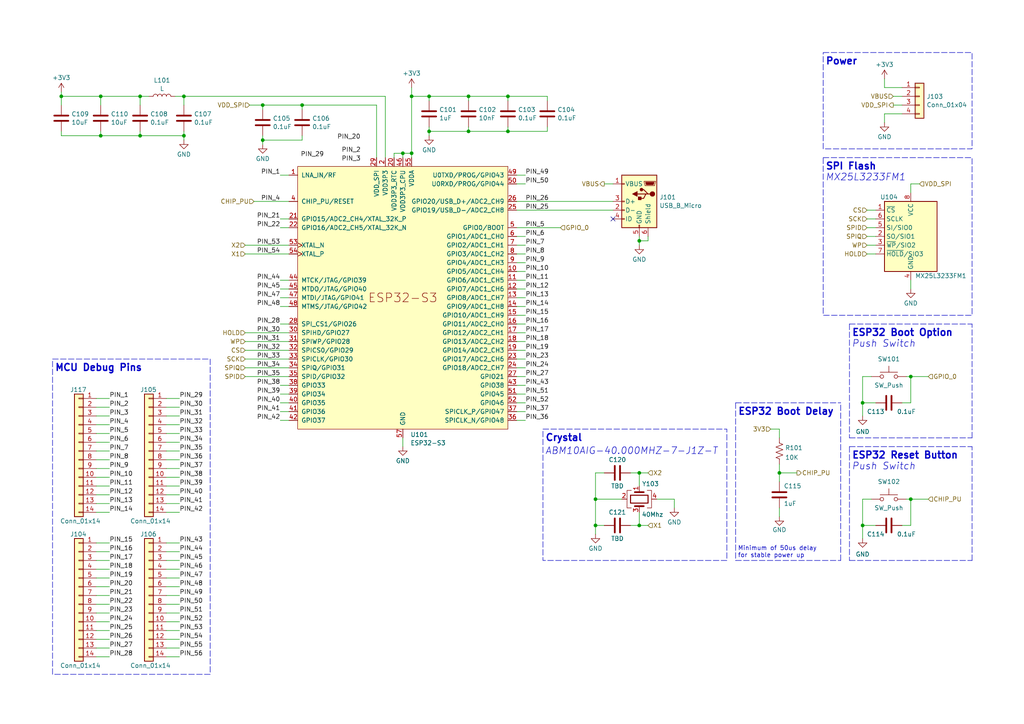
<source format=kicad_sch>
(kicad_sch (version 20230121) (generator eeschema)

  (uuid 3c74d81c-fbea-4214-bd4a-0e5348888218)

  (paper "A4")

  (lib_symbols
    (symbol "Connector:USB_B_Micro" (pin_names (offset 1.016)) (in_bom yes) (on_board yes)
      (property "Reference" "J" (at -5.08 11.43 0)
        (effects (font (size 1.27 1.27)) (justify left))
      )
      (property "Value" "USB_B_Micro" (at -5.08 8.89 0)
        (effects (font (size 1.27 1.27)) (justify left))
      )
      (property "Footprint" "" (at 3.81 -1.27 0)
        (effects (font (size 1.27 1.27)) hide)
      )
      (property "Datasheet" "~" (at 3.81 -1.27 0)
        (effects (font (size 1.27 1.27)) hide)
      )
      (property "ki_keywords" "connector USB micro" (at 0 0 0)
        (effects (font (size 1.27 1.27)) hide)
      )
      (property "ki_description" "USB Micro Type B connector" (at 0 0 0)
        (effects (font (size 1.27 1.27)) hide)
      )
      (property "ki_fp_filters" "USB*" (at 0 0 0)
        (effects (font (size 1.27 1.27)) hide)
      )
      (symbol "USB_B_Micro_0_1"
        (rectangle (start -5.08 -7.62) (end 5.08 7.62)
          (stroke (width 0.254) (type default))
          (fill (type background))
        )
        (circle (center -3.81 2.159) (radius 0.635)
          (stroke (width 0.254) (type default))
          (fill (type outline))
        )
        (circle (center -0.635 3.429) (radius 0.381)
          (stroke (width 0.254) (type default))
          (fill (type outline))
        )
        (rectangle (start -0.127 -7.62) (end 0.127 -6.858)
          (stroke (width 0) (type default))
          (fill (type none))
        )
        (polyline
          (pts
            (xy -1.905 2.159)
            (xy 0.635 2.159)
          )
          (stroke (width 0.254) (type default))
          (fill (type none))
        )
        (polyline
          (pts
            (xy -3.175 2.159)
            (xy -2.54 2.159)
            (xy -1.27 3.429)
            (xy -0.635 3.429)
          )
          (stroke (width 0.254) (type default))
          (fill (type none))
        )
        (polyline
          (pts
            (xy -2.54 2.159)
            (xy -1.905 2.159)
            (xy -1.27 0.889)
            (xy 0 0.889)
          )
          (stroke (width 0.254) (type default))
          (fill (type none))
        )
        (polyline
          (pts
            (xy 0.635 2.794)
            (xy 0.635 1.524)
            (xy 1.905 2.159)
            (xy 0.635 2.794)
          )
          (stroke (width 0.254) (type default))
          (fill (type outline))
        )
        (polyline
          (pts
            (xy -4.318 5.588)
            (xy -1.778 5.588)
            (xy -2.032 4.826)
            (xy -4.064 4.826)
            (xy -4.318 5.588)
          )
          (stroke (width 0) (type default))
          (fill (type outline))
        )
        (polyline
          (pts
            (xy -4.699 5.842)
            (xy -4.699 5.588)
            (xy -4.445 4.826)
            (xy -4.445 4.572)
            (xy -1.651 4.572)
            (xy -1.651 4.826)
            (xy -1.397 5.588)
            (xy -1.397 5.842)
            (xy -4.699 5.842)
          )
          (stroke (width 0) (type default))
          (fill (type none))
        )
        (rectangle (start 0.254 1.27) (end -0.508 0.508)
          (stroke (width 0.254) (type default))
          (fill (type outline))
        )
        (rectangle (start 5.08 -5.207) (end 4.318 -4.953)
          (stroke (width 0) (type default))
          (fill (type none))
        )
        (rectangle (start 5.08 -2.667) (end 4.318 -2.413)
          (stroke (width 0) (type default))
          (fill (type none))
        )
        (rectangle (start 5.08 -0.127) (end 4.318 0.127)
          (stroke (width 0) (type default))
          (fill (type none))
        )
        (rectangle (start 5.08 4.953) (end 4.318 5.207)
          (stroke (width 0) (type default))
          (fill (type none))
        )
      )
      (symbol "USB_B_Micro_1_1"
        (pin power_out line (at 7.62 5.08 180) (length 2.54)
          (name "VBUS" (effects (font (size 1.27 1.27))))
          (number "1" (effects (font (size 1.27 1.27))))
        )
        (pin bidirectional line (at 7.62 -2.54 180) (length 2.54)
          (name "D-" (effects (font (size 1.27 1.27))))
          (number "2" (effects (font (size 1.27 1.27))))
        )
        (pin bidirectional line (at 7.62 0 180) (length 2.54)
          (name "D+" (effects (font (size 1.27 1.27))))
          (number "3" (effects (font (size 1.27 1.27))))
        )
        (pin passive line (at 7.62 -5.08 180) (length 2.54)
          (name "ID" (effects (font (size 1.27 1.27))))
          (number "4" (effects (font (size 1.27 1.27))))
        )
        (pin power_out line (at 0 -10.16 90) (length 2.54)
          (name "GND" (effects (font (size 1.27 1.27))))
          (number "5" (effects (font (size 1.27 1.27))))
        )
        (pin passive line (at -2.54 -10.16 90) (length 2.54)
          (name "Shield" (effects (font (size 1.27 1.27))))
          (number "6" (effects (font (size 1.27 1.27))))
        )
      )
    )
    (symbol "Connector_Generic:Conn_01x04" (pin_names (offset 1.016) hide) (in_bom yes) (on_board yes)
      (property "Reference" "J" (at 0 5.08 0)
        (effects (font (size 1.27 1.27)))
      )
      (property "Value" "Conn_01x04" (at 0 -7.62 0)
        (effects (font (size 1.27 1.27)))
      )
      (property "Footprint" "" (at 0 0 0)
        (effects (font (size 1.27 1.27)) hide)
      )
      (property "Datasheet" "~" (at 0 0 0)
        (effects (font (size 1.27 1.27)) hide)
      )
      (property "ki_keywords" "connector" (at 0 0 0)
        (effects (font (size 1.27 1.27)) hide)
      )
      (property "ki_description" "Generic connector, single row, 01x04, script generated (kicad-library-utils/schlib/autogen/connector/)" (at 0 0 0)
        (effects (font (size 1.27 1.27)) hide)
      )
      (property "ki_fp_filters" "Connector*:*_1x??_*" (at 0 0 0)
        (effects (font (size 1.27 1.27)) hide)
      )
      (symbol "Conn_01x04_1_1"
        (rectangle (start -1.27 -4.953) (end 0 -5.207)
          (stroke (width 0.1524) (type default))
          (fill (type none))
        )
        (rectangle (start -1.27 -2.413) (end 0 -2.667)
          (stroke (width 0.1524) (type default))
          (fill (type none))
        )
        (rectangle (start -1.27 0.127) (end 0 -0.127)
          (stroke (width 0.1524) (type default))
          (fill (type none))
        )
        (rectangle (start -1.27 2.667) (end 0 2.413)
          (stroke (width 0.1524) (type default))
          (fill (type none))
        )
        (rectangle (start -1.27 3.81) (end 1.27 -6.35)
          (stroke (width 0.254) (type default))
          (fill (type background))
        )
        (pin passive line (at -5.08 2.54 0) (length 3.81)
          (name "Pin_1" (effects (font (size 1.27 1.27))))
          (number "1" (effects (font (size 1.27 1.27))))
        )
        (pin passive line (at -5.08 0 0) (length 3.81)
          (name "Pin_2" (effects (font (size 1.27 1.27))))
          (number "2" (effects (font (size 1.27 1.27))))
        )
        (pin passive line (at -5.08 -2.54 0) (length 3.81)
          (name "Pin_3" (effects (font (size 1.27 1.27))))
          (number "3" (effects (font (size 1.27 1.27))))
        )
        (pin passive line (at -5.08 -5.08 0) (length 3.81)
          (name "Pin_4" (effects (font (size 1.27 1.27))))
          (number "4" (effects (font (size 1.27 1.27))))
        )
      )
    )
    (symbol "Connector_Generic:Conn_01x14" (pin_names (offset 1.016) hide) (in_bom yes) (on_board yes)
      (property "Reference" "J" (at 0 17.78 0)
        (effects (font (size 1.27 1.27)))
      )
      (property "Value" "Conn_01x14" (at 0 -20.32 0)
        (effects (font (size 1.27 1.27)))
      )
      (property "Footprint" "" (at 0 0 0)
        (effects (font (size 1.27 1.27)) hide)
      )
      (property "Datasheet" "~" (at 0 0 0)
        (effects (font (size 1.27 1.27)) hide)
      )
      (property "ki_keywords" "connector" (at 0 0 0)
        (effects (font (size 1.27 1.27)) hide)
      )
      (property "ki_description" "Generic connector, single row, 01x14, script generated (kicad-library-utils/schlib/autogen/connector/)" (at 0 0 0)
        (effects (font (size 1.27 1.27)) hide)
      )
      (property "ki_fp_filters" "Connector*:*_1x??_*" (at 0 0 0)
        (effects (font (size 1.27 1.27)) hide)
      )
      (symbol "Conn_01x14_1_1"
        (rectangle (start -1.27 -17.653) (end 0 -17.907)
          (stroke (width 0.1524) (type default))
          (fill (type none))
        )
        (rectangle (start -1.27 -15.113) (end 0 -15.367)
          (stroke (width 0.1524) (type default))
          (fill (type none))
        )
        (rectangle (start -1.27 -12.573) (end 0 -12.827)
          (stroke (width 0.1524) (type default))
          (fill (type none))
        )
        (rectangle (start -1.27 -10.033) (end 0 -10.287)
          (stroke (width 0.1524) (type default))
          (fill (type none))
        )
        (rectangle (start -1.27 -7.493) (end 0 -7.747)
          (stroke (width 0.1524) (type default))
          (fill (type none))
        )
        (rectangle (start -1.27 -4.953) (end 0 -5.207)
          (stroke (width 0.1524) (type default))
          (fill (type none))
        )
        (rectangle (start -1.27 -2.413) (end 0 -2.667)
          (stroke (width 0.1524) (type default))
          (fill (type none))
        )
        (rectangle (start -1.27 0.127) (end 0 -0.127)
          (stroke (width 0.1524) (type default))
          (fill (type none))
        )
        (rectangle (start -1.27 2.667) (end 0 2.413)
          (stroke (width 0.1524) (type default))
          (fill (type none))
        )
        (rectangle (start -1.27 5.207) (end 0 4.953)
          (stroke (width 0.1524) (type default))
          (fill (type none))
        )
        (rectangle (start -1.27 7.747) (end 0 7.493)
          (stroke (width 0.1524) (type default))
          (fill (type none))
        )
        (rectangle (start -1.27 10.287) (end 0 10.033)
          (stroke (width 0.1524) (type default))
          (fill (type none))
        )
        (rectangle (start -1.27 12.827) (end 0 12.573)
          (stroke (width 0.1524) (type default))
          (fill (type none))
        )
        (rectangle (start -1.27 15.367) (end 0 15.113)
          (stroke (width 0.1524) (type default))
          (fill (type none))
        )
        (rectangle (start -1.27 16.51) (end 1.27 -19.05)
          (stroke (width 0.254) (type default))
          (fill (type background))
        )
        (pin passive line (at -5.08 15.24 0) (length 3.81)
          (name "Pin_1" (effects (font (size 1.27 1.27))))
          (number "1" (effects (font (size 1.27 1.27))))
        )
        (pin passive line (at -5.08 -7.62 0) (length 3.81)
          (name "Pin_10" (effects (font (size 1.27 1.27))))
          (number "10" (effects (font (size 1.27 1.27))))
        )
        (pin passive line (at -5.08 -10.16 0) (length 3.81)
          (name "Pin_11" (effects (font (size 1.27 1.27))))
          (number "11" (effects (font (size 1.27 1.27))))
        )
        (pin passive line (at -5.08 -12.7 0) (length 3.81)
          (name "Pin_12" (effects (font (size 1.27 1.27))))
          (number "12" (effects (font (size 1.27 1.27))))
        )
        (pin passive line (at -5.08 -15.24 0) (length 3.81)
          (name "Pin_13" (effects (font (size 1.27 1.27))))
          (number "13" (effects (font (size 1.27 1.27))))
        )
        (pin passive line (at -5.08 -17.78 0) (length 3.81)
          (name "Pin_14" (effects (font (size 1.27 1.27))))
          (number "14" (effects (font (size 1.27 1.27))))
        )
        (pin passive line (at -5.08 12.7 0) (length 3.81)
          (name "Pin_2" (effects (font (size 1.27 1.27))))
          (number "2" (effects (font (size 1.27 1.27))))
        )
        (pin passive line (at -5.08 10.16 0) (length 3.81)
          (name "Pin_3" (effects (font (size 1.27 1.27))))
          (number "3" (effects (font (size 1.27 1.27))))
        )
        (pin passive line (at -5.08 7.62 0) (length 3.81)
          (name "Pin_4" (effects (font (size 1.27 1.27))))
          (number "4" (effects (font (size 1.27 1.27))))
        )
        (pin passive line (at -5.08 5.08 0) (length 3.81)
          (name "Pin_5" (effects (font (size 1.27 1.27))))
          (number "5" (effects (font (size 1.27 1.27))))
        )
        (pin passive line (at -5.08 2.54 0) (length 3.81)
          (name "Pin_6" (effects (font (size 1.27 1.27))))
          (number "6" (effects (font (size 1.27 1.27))))
        )
        (pin passive line (at -5.08 0 0) (length 3.81)
          (name "Pin_7" (effects (font (size 1.27 1.27))))
          (number "7" (effects (font (size 1.27 1.27))))
        )
        (pin passive line (at -5.08 -2.54 0) (length 3.81)
          (name "Pin_8" (effects (font (size 1.27 1.27))))
          (number "8" (effects (font (size 1.27 1.27))))
        )
        (pin passive line (at -5.08 -5.08 0) (length 3.81)
          (name "Pin_9" (effects (font (size 1.27 1.27))))
          (number "9" (effects (font (size 1.27 1.27))))
        )
      )
    )
    (symbol "Device:C" (pin_numbers hide) (pin_names (offset 0.254)) (in_bom yes) (on_board yes)
      (property "Reference" "C" (at 0.635 2.54 0)
        (effects (font (size 1.27 1.27)) (justify left))
      )
      (property "Value" "C" (at 0.635 -2.54 0)
        (effects (font (size 1.27 1.27)) (justify left))
      )
      (property "Footprint" "" (at 0.9652 -3.81 0)
        (effects (font (size 1.27 1.27)) hide)
      )
      (property "Datasheet" "~" (at 0 0 0)
        (effects (font (size 1.27 1.27)) hide)
      )
      (property "ki_keywords" "cap capacitor" (at 0 0 0)
        (effects (font (size 1.27 1.27)) hide)
      )
      (property "ki_description" "Unpolarized capacitor" (at 0 0 0)
        (effects (font (size 1.27 1.27)) hide)
      )
      (property "ki_fp_filters" "C_*" (at 0 0 0)
        (effects (font (size 1.27 1.27)) hide)
      )
      (symbol "C_0_1"
        (polyline
          (pts
            (xy -2.032 -0.762)
            (xy 2.032 -0.762)
          )
          (stroke (width 0.508) (type default))
          (fill (type none))
        )
        (polyline
          (pts
            (xy -2.032 0.762)
            (xy 2.032 0.762)
          )
          (stroke (width 0.508) (type default))
          (fill (type none))
        )
      )
      (symbol "C_1_1"
        (pin passive line (at 0 3.81 270) (length 2.794)
          (name "~" (effects (font (size 1.27 1.27))))
          (number "1" (effects (font (size 1.27 1.27))))
        )
        (pin passive line (at 0 -3.81 90) (length 2.794)
          (name "~" (effects (font (size 1.27 1.27))))
          (number "2" (effects (font (size 1.27 1.27))))
        )
      )
    )
    (symbol "Device:Crystal_GND24" (pin_names (offset 1.016) hide) (in_bom yes) (on_board yes)
      (property "Reference" "Y" (at 3.175 5.08 0)
        (effects (font (size 1.27 1.27)) (justify left))
      )
      (property "Value" "Crystal_GND24" (at 3.175 3.175 0)
        (effects (font (size 1.27 1.27)) (justify left))
      )
      (property "Footprint" "" (at 0 0 0)
        (effects (font (size 1.27 1.27)) hide)
      )
      (property "Datasheet" "~" (at 0 0 0)
        (effects (font (size 1.27 1.27)) hide)
      )
      (property "ki_keywords" "quartz ceramic resonator oscillator" (at 0 0 0)
        (effects (font (size 1.27 1.27)) hide)
      )
      (property "ki_description" "Four pin crystal, GND on pins 2 and 4" (at 0 0 0)
        (effects (font (size 1.27 1.27)) hide)
      )
      (property "ki_fp_filters" "Crystal*" (at 0 0 0)
        (effects (font (size 1.27 1.27)) hide)
      )
      (symbol "Crystal_GND24_0_1"
        (rectangle (start -1.143 2.54) (end 1.143 -2.54)
          (stroke (width 0.3048) (type default))
          (fill (type none))
        )
        (polyline
          (pts
            (xy -2.54 0)
            (xy -2.032 0)
          )
          (stroke (width 0) (type default))
          (fill (type none))
        )
        (polyline
          (pts
            (xy -2.032 -1.27)
            (xy -2.032 1.27)
          )
          (stroke (width 0.508) (type default))
          (fill (type none))
        )
        (polyline
          (pts
            (xy 0 -3.81)
            (xy 0 -3.556)
          )
          (stroke (width 0) (type default))
          (fill (type none))
        )
        (polyline
          (pts
            (xy 0 3.556)
            (xy 0 3.81)
          )
          (stroke (width 0) (type default))
          (fill (type none))
        )
        (polyline
          (pts
            (xy 2.032 -1.27)
            (xy 2.032 1.27)
          )
          (stroke (width 0.508) (type default))
          (fill (type none))
        )
        (polyline
          (pts
            (xy 2.032 0)
            (xy 2.54 0)
          )
          (stroke (width 0) (type default))
          (fill (type none))
        )
        (polyline
          (pts
            (xy -2.54 -2.286)
            (xy -2.54 -3.556)
            (xy 2.54 -3.556)
            (xy 2.54 -2.286)
          )
          (stroke (width 0) (type default))
          (fill (type none))
        )
        (polyline
          (pts
            (xy -2.54 2.286)
            (xy -2.54 3.556)
            (xy 2.54 3.556)
            (xy 2.54 2.286)
          )
          (stroke (width 0) (type default))
          (fill (type none))
        )
      )
      (symbol "Crystal_GND24_1_1"
        (pin passive line (at -3.81 0 0) (length 1.27)
          (name "1" (effects (font (size 1.27 1.27))))
          (number "1" (effects (font (size 1.27 1.27))))
        )
        (pin passive line (at 0 5.08 270) (length 1.27)
          (name "2" (effects (font (size 1.27 1.27))))
          (number "2" (effects (font (size 1.27 1.27))))
        )
        (pin passive line (at 3.81 0 180) (length 1.27)
          (name "3" (effects (font (size 1.27 1.27))))
          (number "3" (effects (font (size 1.27 1.27))))
        )
        (pin passive line (at 0 -5.08 90) (length 1.27)
          (name "4" (effects (font (size 1.27 1.27))))
          (number "4" (effects (font (size 1.27 1.27))))
        )
      )
    )
    (symbol "Device:L" (pin_numbers hide) (pin_names (offset 1.016) hide) (in_bom yes) (on_board yes)
      (property "Reference" "L" (at -1.27 0 90)
        (effects (font (size 1.27 1.27)))
      )
      (property "Value" "L" (at 1.905 0 90)
        (effects (font (size 1.27 1.27)))
      )
      (property "Footprint" "" (at 0 0 0)
        (effects (font (size 1.27 1.27)) hide)
      )
      (property "Datasheet" "~" (at 0 0 0)
        (effects (font (size 1.27 1.27)) hide)
      )
      (property "ki_keywords" "inductor choke coil reactor magnetic" (at 0 0 0)
        (effects (font (size 1.27 1.27)) hide)
      )
      (property "ki_description" "Inductor" (at 0 0 0)
        (effects (font (size 1.27 1.27)) hide)
      )
      (property "ki_fp_filters" "Choke_* *Coil* Inductor_* L_*" (at 0 0 0)
        (effects (font (size 1.27 1.27)) hide)
      )
      (symbol "L_0_1"
        (arc (start 0 -2.54) (mid 0.6323 -1.905) (end 0 -1.27)
          (stroke (width 0) (type default))
          (fill (type none))
        )
        (arc (start 0 -1.27) (mid 0.6323 -0.635) (end 0 0)
          (stroke (width 0) (type default))
          (fill (type none))
        )
        (arc (start 0 0) (mid 0.6323 0.635) (end 0 1.27)
          (stroke (width 0) (type default))
          (fill (type none))
        )
        (arc (start 0 1.27) (mid 0.6323 1.905) (end 0 2.54)
          (stroke (width 0) (type default))
          (fill (type none))
        )
      )
      (symbol "L_1_1"
        (pin passive line (at 0 3.81 270) (length 1.27)
          (name "1" (effects (font (size 1.27 1.27))))
          (number "1" (effects (font (size 1.27 1.27))))
        )
        (pin passive line (at 0 -3.81 90) (length 1.27)
          (name "2" (effects (font (size 1.27 1.27))))
          (number "2" (effects (font (size 1.27 1.27))))
        )
      )
    )
    (symbol "Device:R_US" (pin_numbers hide) (pin_names (offset 0)) (in_bom yes) (on_board yes)
      (property "Reference" "R" (at 2.54 0 90)
        (effects (font (size 1.27 1.27)))
      )
      (property "Value" "R_US" (at -2.54 0 90)
        (effects (font (size 1.27 1.27)))
      )
      (property "Footprint" "" (at 1.016 -0.254 90)
        (effects (font (size 1.27 1.27)) hide)
      )
      (property "Datasheet" "~" (at 0 0 0)
        (effects (font (size 1.27 1.27)) hide)
      )
      (property "ki_keywords" "R res resistor" (at 0 0 0)
        (effects (font (size 1.27 1.27)) hide)
      )
      (property "ki_description" "Resistor, US symbol" (at 0 0 0)
        (effects (font (size 1.27 1.27)) hide)
      )
      (property "ki_fp_filters" "R_*" (at 0 0 0)
        (effects (font (size 1.27 1.27)) hide)
      )
      (symbol "R_US_0_1"
        (polyline
          (pts
            (xy 0 -2.286)
            (xy 0 -2.54)
          )
          (stroke (width 0) (type default))
          (fill (type none))
        )
        (polyline
          (pts
            (xy 0 2.286)
            (xy 0 2.54)
          )
          (stroke (width 0) (type default))
          (fill (type none))
        )
        (polyline
          (pts
            (xy 0 -0.762)
            (xy 1.016 -1.143)
            (xy 0 -1.524)
            (xy -1.016 -1.905)
            (xy 0 -2.286)
          )
          (stroke (width 0) (type default))
          (fill (type none))
        )
        (polyline
          (pts
            (xy 0 0.762)
            (xy 1.016 0.381)
            (xy 0 0)
            (xy -1.016 -0.381)
            (xy 0 -0.762)
          )
          (stroke (width 0) (type default))
          (fill (type none))
        )
        (polyline
          (pts
            (xy 0 2.286)
            (xy 1.016 1.905)
            (xy 0 1.524)
            (xy -1.016 1.143)
            (xy 0 0.762)
          )
          (stroke (width 0) (type default))
          (fill (type none))
        )
      )
      (symbol "R_US_1_1"
        (pin passive line (at 0 3.81 270) (length 1.27)
          (name "~" (effects (font (size 1.27 1.27))))
          (number "1" (effects (font (size 1.27 1.27))))
        )
        (pin passive line (at 0 -3.81 90) (length 1.27)
          (name "~" (effects (font (size 1.27 1.27))))
          (number "2" (effects (font (size 1.27 1.27))))
        )
      )
    )
    (symbol "ESP:ESP32-S3" (pin_names (offset 1.016)) (in_bom yes) (on_board yes)
      (property "Reference" "U" (at -30.48 43.18 0)
        (effects (font (size 1.27 1.27)) (justify left))
      )
      (property "Value" "ESP32-S3" (at -30.48 40.64 0)
        (effects (font (size 1.27 1.27)) (justify left))
      )
      (property "Footprint" "Package_DFN_QFN:QFN-56-1EP_7x7mm_P0.4mm_EP5.6x5.6mm" (at 0 -48.26 0)
        (effects (font (size 1.27 1.27)) hide)
      )
      (property "Datasheet" "https://www.espressif.com/sites/default/files/documentation/esp32-s3_datasheet_en.pdf" (at 0 -50.8 0)
        (effects (font (size 1.27 1.27)) hide)
      )
      (property "ki_description" "ESP32-S3 is a low-power MCU-based system-on-chip (SoC) that supports 2.4 GHz Wi-Fi and Bluetooth® Low Energy (Bluetooth LE). It consists of high-performance dual-core microprocessor (Xtensa® 32-bit LX7), a low power coprocessor, a Wi-Fi baseband, a Bluetooth LE baseband, RF module, and peripherals." (at 0 0 0)
        (effects (font (size 1.27 1.27)) hide)
      )
      (symbol "ESP32-S3_0_0"
        (text "ESP32-S3" (at 0 0 0)
          (effects (font (size 2.54 2.54)))
        )
        (pin bidirectional line (at 33.02 -35.56 180) (length 2.54)
          (name "SPICLK_N/GPIO48" (effects (font (size 1.27 1.27))))
          (number "36" (effects (font (size 1.27 1.27))))
        )
        (pin bidirectional line (at 33.02 -33.02 180) (length 2.54)
          (name "SPICLK_P/GPIO47" (effects (font (size 1.27 1.27))))
          (number "37" (effects (font (size 1.27 1.27))))
        )
      )
      (symbol "ESP32-S3_0_1"
        (rectangle (start -30.48 38.1) (end 30.48 -38.1)
          (stroke (width 0) (type default))
          (fill (type background))
        )
      )
      (symbol "ESP32-S3_1_1"
        (pin bidirectional line (at -33.02 35.56 0) (length 2.54)
          (name "LNA_IN/RF" (effects (font (size 1.27 1.27))))
          (number "1" (effects (font (size 1.27 1.27))))
        )
        (pin bidirectional line (at 33.02 7.62 180) (length 2.54)
          (name "GPIO5/ADC1_CH4" (effects (font (size 1.27 1.27))))
          (number "10" (effects (font (size 1.27 1.27))))
        )
        (pin bidirectional line (at 33.02 5.08 180) (length 2.54)
          (name "GPIO6/ADC1_CH5" (effects (font (size 1.27 1.27))))
          (number "11" (effects (font (size 1.27 1.27))))
        )
        (pin bidirectional line (at 33.02 2.54 180) (length 2.54)
          (name "GPIO7/ADC1_CH6" (effects (font (size 1.27 1.27))))
          (number "12" (effects (font (size 1.27 1.27))))
        )
        (pin bidirectional line (at 33.02 0 180) (length 2.54)
          (name "GPIO8/ADC1_CH7" (effects (font (size 1.27 1.27))))
          (number "13" (effects (font (size 1.27 1.27))))
        )
        (pin bidirectional line (at 33.02 -2.54 180) (length 2.54)
          (name "GPIO9/ADC1_CH8" (effects (font (size 1.27 1.27))))
          (number "14" (effects (font (size 1.27 1.27))))
        )
        (pin bidirectional line (at 33.02 -5.08 180) (length 2.54)
          (name "GPIO10/ADC1_CH9" (effects (font (size 1.27 1.27))))
          (number "15" (effects (font (size 1.27 1.27))))
        )
        (pin bidirectional line (at 33.02 -7.62 180) (length 2.54)
          (name "GPIO11/ADC2_CH0" (effects (font (size 1.27 1.27))))
          (number "16" (effects (font (size 1.27 1.27))))
        )
        (pin bidirectional line (at 33.02 -10.16 180) (length 2.54)
          (name "GPIO12/ADC2_CH1" (effects (font (size 1.27 1.27))))
          (number "17" (effects (font (size 1.27 1.27))))
        )
        (pin bidirectional line (at 33.02 -12.7 180) (length 2.54)
          (name "GPIO13/ADC2_CH2" (effects (font (size 1.27 1.27))))
          (number "18" (effects (font (size 1.27 1.27))))
        )
        (pin bidirectional line (at 33.02 -15.24 180) (length 2.54)
          (name "GPIO14/ADC2_CH3" (effects (font (size 1.27 1.27))))
          (number "19" (effects (font (size 1.27 1.27))))
        )
        (pin power_in line (at -5.08 40.64 270) (length 2.54)
          (name "VDD3P3" (effects (font (size 1.27 1.27))))
          (number "2" (effects (font (size 1.27 1.27))))
        )
        (pin power_in line (at -2.54 40.64 270) (length 2.54)
          (name "VDD3P3_RTC" (effects (font (size 1.27 1.27))))
          (number "20" (effects (font (size 1.27 1.27))))
        )
        (pin bidirectional line (at -33.02 22.86 0) (length 2.54)
          (name "GPIO15/ADC2_CH4/XTAL_32K_P" (effects (font (size 1.27 1.27))))
          (number "21" (effects (font (size 1.27 1.27))))
        )
        (pin bidirectional line (at -33.02 20.32 0) (length 2.54)
          (name "GPIO16/ADC2_CH5/XTAL_32K_N" (effects (font (size 1.27 1.27))))
          (number "22" (effects (font (size 1.27 1.27))))
        )
        (pin bidirectional line (at 33.02 -17.78 180) (length 2.54)
          (name "GPIO17/ADC2_CH6" (effects (font (size 1.27 1.27))))
          (number "23" (effects (font (size 1.27 1.27))))
        )
        (pin bidirectional line (at 33.02 -20.32 180) (length 2.54)
          (name "GPIO18/ADC2_CH7" (effects (font (size 1.27 1.27))))
          (number "24" (effects (font (size 1.27 1.27))))
        )
        (pin bidirectional line (at 33.02 25.4 180) (length 2.54)
          (name "GPIO19/USB_D-/ADC2_CH8" (effects (font (size 1.27 1.27))))
          (number "25" (effects (font (size 1.27 1.27))))
        )
        (pin bidirectional line (at 33.02 27.94 180) (length 2.54)
          (name "GPIO20/USB_D+/ADC2_CH9" (effects (font (size 1.27 1.27))))
          (number "26" (effects (font (size 1.27 1.27))))
        )
        (pin bidirectional line (at 33.02 -22.86 180) (length 2.54)
          (name "GPIO21" (effects (font (size 1.27 1.27))))
          (number "27" (effects (font (size 1.27 1.27))))
        )
        (pin bidirectional line (at -33.02 -7.62 0) (length 2.54)
          (name "SPI_CS1/GPIO26" (effects (font (size 1.27 1.27))))
          (number "28" (effects (font (size 1.27 1.27))))
        )
        (pin power_out line (at -7.62 40.64 270) (length 2.54)
          (name "VDD_SPI" (effects (font (size 1.27 1.27))))
          (number "29" (effects (font (size 1.27 1.27))))
        )
        (pin power_in line (at -5.08 40.64 270) (length 2.54) hide
          (name "VDD3P3" (effects (font (size 1.27 1.27))))
          (number "3" (effects (font (size 1.27 1.27))))
        )
        (pin bidirectional line (at -33.02 -10.16 0) (length 2.54)
          (name "SPIHD/GPIO27" (effects (font (size 1.27 1.27))))
          (number "30" (effects (font (size 1.27 1.27))))
        )
        (pin bidirectional line (at -33.02 -12.7 0) (length 2.54)
          (name "SPIWP/GPIO28" (effects (font (size 1.27 1.27))))
          (number "31" (effects (font (size 1.27 1.27))))
        )
        (pin bidirectional line (at -33.02 -15.24 0) (length 2.54)
          (name "SPICS0/GPIO29" (effects (font (size 1.27 1.27))))
          (number "32" (effects (font (size 1.27 1.27))))
        )
        (pin bidirectional line (at -33.02 -17.78 0) (length 2.54)
          (name "SPICLK/GPIO30" (effects (font (size 1.27 1.27))))
          (number "33" (effects (font (size 1.27 1.27))))
        )
        (pin bidirectional line (at -33.02 -20.32 0) (length 2.54)
          (name "SPIQ/GPIO31" (effects (font (size 1.27 1.27))))
          (number "34" (effects (font (size 1.27 1.27))))
        )
        (pin bidirectional line (at -33.02 -22.86 0) (length 2.54)
          (name "SPID/GPIO32" (effects (font (size 1.27 1.27))))
          (number "35" (effects (font (size 1.27 1.27))))
        )
        (pin bidirectional line (at -33.02 -25.4 0) (length 2.54)
          (name "GPIO33" (effects (font (size 1.27 1.27))))
          (number "38" (effects (font (size 1.27 1.27))))
        )
        (pin bidirectional line (at -33.02 -27.94 0) (length 2.54)
          (name "GPIO34" (effects (font (size 1.27 1.27))))
          (number "39" (effects (font (size 1.27 1.27))))
        )
        (pin input line (at -33.02 27.94 0) (length 2.54)
          (name "CHIP_PU/RESET" (effects (font (size 1.27 1.27))))
          (number "4" (effects (font (size 1.27 1.27))))
        )
        (pin bidirectional line (at -33.02 -30.48 0) (length 2.54)
          (name "GPIO35" (effects (font (size 1.27 1.27))))
          (number "40" (effects (font (size 1.27 1.27))))
        )
        (pin bidirectional line (at -33.02 -33.02 0) (length 2.54)
          (name "GPIO36" (effects (font (size 1.27 1.27))))
          (number "41" (effects (font (size 1.27 1.27))))
        )
        (pin bidirectional line (at -33.02 -35.56 0) (length 2.54)
          (name "GPIO37" (effects (font (size 1.27 1.27))))
          (number "42" (effects (font (size 1.27 1.27))))
        )
        (pin bidirectional line (at 33.02 -25.4 180) (length 2.54)
          (name "GPIO38" (effects (font (size 1.27 1.27))))
          (number "43" (effects (font (size 1.27 1.27))))
        )
        (pin bidirectional line (at -33.02 5.08 0) (length 2.54)
          (name "MTCK/JTAG/GPIO39" (effects (font (size 1.27 1.27))))
          (number "44" (effects (font (size 1.27 1.27))))
        )
        (pin bidirectional line (at -33.02 2.54 0) (length 2.54)
          (name "MTDO/JTAG/GPIO40" (effects (font (size 1.27 1.27))))
          (number "45" (effects (font (size 1.27 1.27))))
        )
        (pin power_in line (at 0 40.64 270) (length 2.54)
          (name "VDD3P3_CPU" (effects (font (size 1.27 1.27))))
          (number "46" (effects (font (size 1.27 1.27))))
        )
        (pin bidirectional line (at -33.02 0 0) (length 2.54)
          (name "MTDI/JTAG/GPIO41" (effects (font (size 1.27 1.27))))
          (number "47" (effects (font (size 1.27 1.27))))
        )
        (pin bidirectional line (at -33.02 -2.54 0) (length 2.54)
          (name "MTMS/JTAG/GPIO42" (effects (font (size 1.27 1.27))))
          (number "48" (effects (font (size 1.27 1.27))))
        )
        (pin bidirectional line (at 33.02 35.56 180) (length 2.54)
          (name "U0TXD/PROG/GPIO43" (effects (font (size 1.27 1.27))))
          (number "49" (effects (font (size 1.27 1.27))))
        )
        (pin bidirectional line (at 33.02 20.32 180) (length 2.54)
          (name "GPIO0/BOOT" (effects (font (size 1.27 1.27))))
          (number "5" (effects (font (size 1.27 1.27))))
        )
        (pin bidirectional line (at 33.02 33.02 180) (length 2.54)
          (name "U0RXD/PROG/GPIO44" (effects (font (size 1.27 1.27))))
          (number "50" (effects (font (size 1.27 1.27))))
        )
        (pin bidirectional line (at 33.02 -27.94 180) (length 2.54)
          (name "GPIO45" (effects (font (size 1.27 1.27))))
          (number "51" (effects (font (size 1.27 1.27))))
        )
        (pin bidirectional line (at 33.02 -30.48 180) (length 2.54)
          (name "GPIO46" (effects (font (size 1.27 1.27))))
          (number "52" (effects (font (size 1.27 1.27))))
        )
        (pin input clock (at -33.02 15.24 0) (length 2.54)
          (name "XTAL_N" (effects (font (size 1.27 1.27))))
          (number "53" (effects (font (size 1.27 1.27))))
        )
        (pin output clock (at -33.02 12.7 0) (length 2.54)
          (name "XTAL_P" (effects (font (size 1.27 1.27))))
          (number "54" (effects (font (size 1.27 1.27))))
        )
        (pin power_in line (at 2.54 40.64 270) (length 2.54)
          (name "VDDA" (effects (font (size 1.27 1.27))))
          (number "55" (effects (font (size 1.27 1.27))))
        )
        (pin passive line (at 2.54 40.64 270) (length 2.54) hide
          (name "VDDA" (effects (font (size 1.27 1.27))))
          (number "56" (effects (font (size 1.27 1.27))))
        )
        (pin power_in line (at 0 -40.64 90) (length 2.54)
          (name "GND" (effects (font (size 1.27 1.27))))
          (number "57" (effects (font (size 1.27 1.27))))
        )
        (pin bidirectional line (at 33.02 17.78 180) (length 2.54)
          (name "GPIO1/ADC1_CH0" (effects (font (size 1.27 1.27))))
          (number "6" (effects (font (size 1.27 1.27))))
        )
        (pin bidirectional line (at 33.02 15.24 180) (length 2.54)
          (name "GPIO2/ADC1_CH1" (effects (font (size 1.27 1.27))))
          (number "7" (effects (font (size 1.27 1.27))))
        )
        (pin bidirectional line (at 33.02 12.7 180) (length 2.54)
          (name "GPIO3/ADC1_CH2" (effects (font (size 1.27 1.27))))
          (number "8" (effects (font (size 1.27 1.27))))
        )
        (pin bidirectional line (at 33.02 10.16 180) (length 2.54)
          (name "GPIO4/ADC1_CH3" (effects (font (size 1.27 1.27))))
          (number "9" (effects (font (size 1.27 1.27))))
        )
      )
    )
    (symbol "Memory_Flash:MX25L3233FM1" (in_bom yes) (on_board yes)
      (property "Reference" "U" (at -6.35 11.43 0)
        (effects (font (size 1.27 1.27)))
      )
      (property "Value" "MX25L3233FM1" (at 10.16 11.43 0)
        (effects (font (size 1.27 1.27)))
      )
      (property "Footprint" "Package_SO:SOP-8_3.9x4.9mm_P1.27mm" (at 0 -15.24 0)
        (effects (font (size 1.27 1.27)) hide)
      )
      (property "Datasheet" "https://www.macronix.com/Lists/Datasheet/Attachments/8377/MX25L3233F,%203V,%2032Mb,%20v1.1.pdf" (at 0 -17.526 0)
        (effects (font (size 1.27 1.27)) hide)
      )
      (property "ki_keywords" "SPI 32Mbit" (at 0 0 0)
        (effects (font (size 1.27 1.27)) hide)
      )
      (property "ki_description" "32-Mbit, 3V (2.65V-3.6V) SPI Serial Flash Memory, SOP-8 (150mil)" (at 0 0 0)
        (effects (font (size 1.27 1.27)) hide)
      )
      (property "ki_fp_filters" "SOP*3.9x4.9mm*P1.27mm*" (at 0 0 0)
        (effects (font (size 1.27 1.27)) hide)
      )
      (symbol "MX25L3233FM1_0_1"
        (rectangle (start -7.62 10.16) (end 7.62 -10.16)
          (stroke (width 0.254) (type default))
          (fill (type background))
        )
      )
      (symbol "MX25L3233FM1_1_1"
        (pin input line (at -10.16 7.62 0) (length 2.54)
          (name "~{CS}" (effects (font (size 1.27 1.27))))
          (number "1" (effects (font (size 1.27 1.27))))
        )
        (pin bidirectional line (at -10.16 0 0) (length 2.54)
          (name "SO/SIO1" (effects (font (size 1.27 1.27))))
          (number "2" (effects (font (size 1.27 1.27))))
        )
        (pin bidirectional line (at -10.16 -2.54 0) (length 2.54)
          (name "~{WP}/SIO2" (effects (font (size 1.27 1.27))))
          (number "3" (effects (font (size 1.27 1.27))))
        )
        (pin power_in line (at 0 -12.7 90) (length 2.54)
          (name "GND" (effects (font (size 1.27 1.27))))
          (number "4" (effects (font (size 1.27 1.27))))
        )
        (pin bidirectional line (at -10.16 2.54 0) (length 2.54)
          (name "SI/SIO0" (effects (font (size 1.27 1.27))))
          (number "5" (effects (font (size 1.27 1.27))))
        )
        (pin input line (at -10.16 5.08 0) (length 2.54)
          (name "SCLK" (effects (font (size 1.27 1.27))))
          (number "6" (effects (font (size 1.27 1.27))))
        )
        (pin bidirectional line (at -10.16 -5.08 0) (length 2.54)
          (name "~{HOLD}/SIO3" (effects (font (size 1.27 1.27))))
          (number "7" (effects (font (size 1.27 1.27))))
        )
        (pin power_in line (at 0 12.7 270) (length 2.54)
          (name "VCC" (effects (font (size 1.27 1.27))))
          (number "8" (effects (font (size 1.27 1.27))))
        )
      )
    )
    (symbol "Switch:SW_Push" (pin_numbers hide) (pin_names (offset 1.016) hide) (in_bom yes) (on_board yes)
      (property "Reference" "SW" (at 1.27 2.54 0)
        (effects (font (size 1.27 1.27)) (justify left))
      )
      (property "Value" "SW_Push" (at 0 -1.524 0)
        (effects (font (size 1.27 1.27)))
      )
      (property "Footprint" "" (at 0 5.08 0)
        (effects (font (size 1.27 1.27)) hide)
      )
      (property "Datasheet" "~" (at 0 5.08 0)
        (effects (font (size 1.27 1.27)) hide)
      )
      (property "ki_keywords" "switch normally-open pushbutton push-button" (at 0 0 0)
        (effects (font (size 1.27 1.27)) hide)
      )
      (property "ki_description" "Push button switch, generic, two pins" (at 0 0 0)
        (effects (font (size 1.27 1.27)) hide)
      )
      (symbol "SW_Push_0_1"
        (circle (center -2.032 0) (radius 0.508)
          (stroke (width 0) (type default))
          (fill (type none))
        )
        (polyline
          (pts
            (xy 0 1.27)
            (xy 0 3.048)
          )
          (stroke (width 0) (type default))
          (fill (type none))
        )
        (polyline
          (pts
            (xy 2.54 1.27)
            (xy -2.54 1.27)
          )
          (stroke (width 0) (type default))
          (fill (type none))
        )
        (circle (center 2.032 0) (radius 0.508)
          (stroke (width 0) (type default))
          (fill (type none))
        )
        (pin passive line (at -5.08 0 0) (length 2.54)
          (name "1" (effects (font (size 1.27 1.27))))
          (number "1" (effects (font (size 1.27 1.27))))
        )
        (pin passive line (at 5.08 0 180) (length 2.54)
          (name "2" (effects (font (size 1.27 1.27))))
          (number "2" (effects (font (size 1.27 1.27))))
        )
      )
    )
    (symbol "power:+3V3" (power) (pin_names (offset 0)) (in_bom yes) (on_board yes)
      (property "Reference" "#PWR" (at 0 -3.81 0)
        (effects (font (size 1.27 1.27)) hide)
      )
      (property "Value" "+3V3" (at 0 3.556 0)
        (effects (font (size 1.27 1.27)))
      )
      (property "Footprint" "" (at 0 0 0)
        (effects (font (size 1.27 1.27)) hide)
      )
      (property "Datasheet" "" (at 0 0 0)
        (effects (font (size 1.27 1.27)) hide)
      )
      (property "ki_keywords" "global power" (at 0 0 0)
        (effects (font (size 1.27 1.27)) hide)
      )
      (property "ki_description" "Power symbol creates a global label with name \"+3V3\"" (at 0 0 0)
        (effects (font (size 1.27 1.27)) hide)
      )
      (symbol "+3V3_0_1"
        (polyline
          (pts
            (xy -0.762 1.27)
            (xy 0 2.54)
          )
          (stroke (width 0) (type default))
          (fill (type none))
        )
        (polyline
          (pts
            (xy 0 0)
            (xy 0 2.54)
          )
          (stroke (width 0) (type default))
          (fill (type none))
        )
        (polyline
          (pts
            (xy 0 2.54)
            (xy 0.762 1.27)
          )
          (stroke (width 0) (type default))
          (fill (type none))
        )
      )
      (symbol "+3V3_1_1"
        (pin power_in line (at 0 0 90) (length 0) hide
          (name "+3V3" (effects (font (size 1.27 1.27))))
          (number "1" (effects (font (size 1.27 1.27))))
        )
      )
    )
    (symbol "power:GND" (power) (pin_names (offset 0)) (in_bom yes) (on_board yes)
      (property "Reference" "#PWR" (at 0 -6.35 0)
        (effects (font (size 1.27 1.27)) hide)
      )
      (property "Value" "GND" (at 0 -3.81 0)
        (effects (font (size 1.27 1.27)))
      )
      (property "Footprint" "" (at 0 0 0)
        (effects (font (size 1.27 1.27)) hide)
      )
      (property "Datasheet" "" (at 0 0 0)
        (effects (font (size 1.27 1.27)) hide)
      )
      (property "ki_keywords" "global power" (at 0 0 0)
        (effects (font (size 1.27 1.27)) hide)
      )
      (property "ki_description" "Power symbol creates a global label with name \"GND\" , ground" (at 0 0 0)
        (effects (font (size 1.27 1.27)) hide)
      )
      (symbol "GND_0_1"
        (polyline
          (pts
            (xy 0 0)
            (xy 0 -1.27)
            (xy 1.27 -1.27)
            (xy 0 -2.54)
            (xy -1.27 -1.27)
            (xy 0 -1.27)
          )
          (stroke (width 0) (type default))
          (fill (type none))
        )
      )
      (symbol "GND_1_1"
        (pin power_in line (at 0 0 270) (length 0) hide
          (name "GND" (effects (font (size 1.27 1.27))))
          (number "1" (effects (font (size 1.27 1.27))))
        )
      )
    )
  )

  (junction (at 76.2 40.64) (diameter 0) (color 0 0 0 0)
    (uuid 08b04ead-214c-425e-84c9-16327ab6587e)
  )
  (junction (at 226.06 137.16) (diameter 0) (color 0 0 0 0)
    (uuid 0f9b3c9b-ced9-4e41-a361-516bb98dac10)
  )
  (junction (at 87.63 30.48) (diameter 0) (color 0 0 0 0)
    (uuid 11470afb-3cf2-458a-aa7a-5cca634b0328)
  )
  (junction (at 135.89 38.1) (diameter 0) (color 0 0 0 0)
    (uuid 120b0101-f0f4-48c2-98a5-d275b4681960)
  )
  (junction (at 76.2 30.48) (diameter 0) (color 0 0 0 0)
    (uuid 26ad3b09-ee5f-40ce-8108-a3f4b1afeb4a)
  )
  (junction (at 124.46 38.1) (diameter 0) (color 0 0 0 0)
    (uuid 3422b95b-6d3b-4965-866a-2348b0b4a088)
  )
  (junction (at 250.19 116.84) (diameter 0) (color 0 0 0 0)
    (uuid 379957ac-4097-4cc9-a31c-ab6f7bf9e8ac)
  )
  (junction (at 264.16 109.22) (diameter 0) (color 0 0 0 0)
    (uuid 3fa4b70c-57d2-4daf-8f64-e929213ecf9a)
  )
  (junction (at 17.78 27.94) (diameter 0) (color 0 0 0 0)
    (uuid 4c7d5208-268a-4554-a0c7-40d9f6602014)
  )
  (junction (at 185.42 152.4) (diameter 0) (color 0 0 0 0)
    (uuid 4c7e4ea6-eac1-46a7-ab55-730b21e4994f)
  )
  (junction (at 119.38 27.94) (diameter 0) (color 0 0 0 0)
    (uuid 50d32985-d6e0-443e-9763-f1c5f9ec2380)
  )
  (junction (at 147.32 38.1) (diameter 0) (color 0 0 0 0)
    (uuid 55f561cd-f120-4f13-9cdd-01057d5a7729)
  )
  (junction (at 29.21 27.94) (diameter 0) (color 0 0 0 0)
    (uuid 60606741-389f-4a48-a51f-fdc8c9e4b68c)
  )
  (junction (at 185.42 137.16) (diameter 0) (color 0 0 0 0)
    (uuid 630f2fa4-b792-424d-83ac-6407b02d75f2)
  )
  (junction (at 119.38 44.45) (diameter 0) (color 0 0 0 0)
    (uuid 6701fa2e-9d59-413a-8be8-3c14b9a14943)
  )
  (junction (at 40.64 27.94) (diameter 0) (color 0 0 0 0)
    (uuid 6702d951-8f72-4da8-a0df-53a2583f680c)
  )
  (junction (at 185.42 69.85) (diameter 0) (color 0 0 0 0)
    (uuid 73cdc8eb-4fe6-4e76-a366-a567377ac226)
  )
  (junction (at 264.16 144.78) (diameter 0) (color 0 0 0 0)
    (uuid 7e478172-8000-4500-b4da-d77695be5961)
  )
  (junction (at 29.21 39.37) (diameter 0) (color 0 0 0 0)
    (uuid 84acd61b-4533-409d-97b7-47365acb52c4)
  )
  (junction (at 135.89 27.94) (diameter 0) (color 0 0 0 0)
    (uuid 885652f8-8d05-4a1d-8bfd-1e8f56f8a0b3)
  )
  (junction (at 250.19 152.4) (diameter 0) (color 0 0 0 0)
    (uuid 97681548-c892-413e-a907-2c253e5ad156)
  )
  (junction (at 172.72 144.78) (diameter 0) (color 0 0 0 0)
    (uuid af78346c-9ab4-416d-8e18-329f8f3a7a40)
  )
  (junction (at 172.72 152.4) (diameter 0) (color 0 0 0 0)
    (uuid c1c677d3-e527-411d-8242-8b4e4882dcf1)
  )
  (junction (at 124.46 27.94) (diameter 0) (color 0 0 0 0)
    (uuid c6a75499-e639-4950-9c13-eed18b41beaa)
  )
  (junction (at 147.32 27.94) (diameter 0) (color 0 0 0 0)
    (uuid d70cd9b2-9c97-47e5-97d2-f3d59860d7b0)
  )
  (junction (at 53.34 27.94) (diameter 0) (color 0 0 0 0)
    (uuid ee82b7ea-1bee-441b-abe5-d4e27405e239)
  )
  (junction (at 116.84 44.45) (diameter 0) (color 0 0 0 0)
    (uuid f27599db-0176-47d5-9217-ab22e39bf087)
  )
  (junction (at 53.34 39.37) (diameter 0) (color 0 0 0 0)
    (uuid f5a06f7f-9662-4775-a6a5-6aa5f812079e)
  )
  (junction (at 40.64 39.37) (diameter 0) (color 0 0 0 0)
    (uuid fa09b45f-a5b5-4bb1-8b0f-8ef2ceec468e)
  )

  (no_connect (at 177.8 63.5) (uuid fe8c5585-cdc4-49c7-937c-94c60a864f28))

  (wire (pts (xy 114.3 44.45) (xy 116.84 44.45))
    (stroke (width 0) (type default))
    (uuid 00e8b304-1200-4658-acdd-71db1ff6f073)
  )
  (wire (pts (xy 147.32 38.1) (xy 147.32 36.83))
    (stroke (width 0) (type default))
    (uuid 02ffb78e-22f9-442b-8489-06cdfdfcf298)
  )
  (wire (pts (xy 149.86 119.38) (xy 152.4 119.38))
    (stroke (width 0) (type default))
    (uuid 047f6917-c5ff-45c2-a5f4-5b8c4ae20b2b)
  )
  (wire (pts (xy 119.38 25.4) (xy 119.38 27.94))
    (stroke (width 0) (type default))
    (uuid 0862edb2-2bb3-412d-9588-a8f2e98882ed)
  )
  (wire (pts (xy 27.94 130.81) (xy 31.75 130.81))
    (stroke (width 0) (type default))
    (uuid 0c64e60b-273a-4734-ac6b-b551d20da454)
  )
  (polyline (pts (xy 281.94 127) (xy 281.94 93.98))
    (stroke (width 0) (type dash))
    (uuid 0cc7a6cf-a5cd-4b42-bfd7-dfcfbdd673b1)
  )

  (wire (pts (xy 81.28 83.82) (xy 83.82 83.82))
    (stroke (width 0) (type default))
    (uuid 0d69fd19-fbd7-41c0-968a-ba43197b6a3a)
  )
  (wire (pts (xy 81.28 121.92) (xy 83.82 121.92))
    (stroke (width 0) (type default))
    (uuid 0d730245-4e6d-4ea6-bdd4-8a9179564051)
  )
  (wire (pts (xy 175.26 152.4) (xy 172.72 152.4))
    (stroke (width 0) (type default))
    (uuid 0f27ba0f-b41e-45fd-9dcd-bf0e05079fdb)
  )
  (wire (pts (xy 262.89 109.22) (xy 264.16 109.22))
    (stroke (width 0) (type default))
    (uuid 0fbc57bb-d6f2-42aa-bfdf-57d40ada78f4)
  )
  (polyline (pts (xy 213.36 116.84) (xy 243.84 116.84))
    (stroke (width 0) (type dash))
    (uuid 114b35ad-4777-43b5-9a3b-4a85422a1a8f)
  )
  (polyline (pts (xy 213.36 116.84) (xy 213.36 162.56))
    (stroke (width 0) (type dash))
    (uuid 12e15120-5a65-485d-9d85-2888a1d07a50)
  )

  (wire (pts (xy 48.26 118.11) (xy 52.07 118.11))
    (stroke (width 0) (type default))
    (uuid 15a3c38e-ef55-4364-8a42-10efc10efe63)
  )
  (wire (pts (xy 81.28 88.9) (xy 83.82 88.9))
    (stroke (width 0) (type default))
    (uuid 1649daaa-ee1d-4fbe-bad5-d96f56375180)
  )
  (wire (pts (xy 109.22 30.48) (xy 87.63 30.48))
    (stroke (width 0) (type default))
    (uuid 17dc7c0e-3886-4059-8f7e-f96b144a24a9)
  )
  (wire (pts (xy 48.26 130.81) (xy 52.07 130.81))
    (stroke (width 0) (type default))
    (uuid 17f3b1e1-7929-4b5f-a919-b80ec286ef1c)
  )
  (wire (pts (xy 264.16 53.34) (xy 264.16 55.88))
    (stroke (width 0) (type default))
    (uuid 1a19d9be-f69b-411e-ab3c-f61a36985be3)
  )
  (wire (pts (xy 17.78 27.94) (xy 29.21 27.94))
    (stroke (width 0) (type default))
    (uuid 1ce3c882-3361-4f22-8d2f-ac0c8ea70716)
  )
  (wire (pts (xy 149.86 93.98) (xy 152.4 93.98))
    (stroke (width 0) (type default))
    (uuid 1d0e0a4f-3e11-4830-9a49-0e3eb0d3dc7e)
  )
  (wire (pts (xy 251.46 66.04) (xy 254 66.04))
    (stroke (width 0) (type default))
    (uuid 1d99b9c6-e77d-4ba3-9732-f4c423abf4e5)
  )
  (wire (pts (xy 149.86 58.42) (xy 177.8 58.42))
    (stroke (width 0) (type default))
    (uuid 1e20c22c-a5cf-4dca-b2df-af94b2372cc7)
  )
  (wire (pts (xy 29.21 39.37) (xy 40.64 39.37))
    (stroke (width 0) (type default))
    (uuid 1f006082-f6bc-4601-bd26-36ceefc72449)
  )
  (wire (pts (xy 149.86 66.04) (xy 162.56 66.04))
    (stroke (width 0) (type default))
    (uuid 1fb8e76c-2a7c-4fcd-b3be-abfc41da3425)
  )
  (wire (pts (xy 226.06 149.86) (xy 226.06 147.32))
    (stroke (width 0) (type default))
    (uuid 20887ba2-1232-40c6-981c-4515b76fa613)
  )
  (wire (pts (xy 87.63 30.48) (xy 87.63 31.75))
    (stroke (width 0) (type default))
    (uuid 20eeb310-e3d5-4a7a-a0ee-f8c0ffa71c9d)
  )
  (wire (pts (xy 147.32 27.94) (xy 147.32 29.21))
    (stroke (width 0) (type default))
    (uuid 21f5bd51-55b2-4cd2-b793-89d07a81d398)
  )
  (wire (pts (xy 264.16 152.4) (xy 264.16 144.78))
    (stroke (width 0) (type default))
    (uuid 2301e642-27d2-4c3c-9837-6ee1cc63dd55)
  )
  (wire (pts (xy 149.86 81.28) (xy 152.4 81.28))
    (stroke (width 0) (type default))
    (uuid 2622c483-d2c4-47f8-9cfb-6c049ba68054)
  )
  (wire (pts (xy 149.86 73.66) (xy 152.4 73.66))
    (stroke (width 0) (type default))
    (uuid 294bbc9a-61fe-44cb-ad58-bdc8d24d1e28)
  )
  (wire (pts (xy 226.06 137.16) (xy 226.06 139.7))
    (stroke (width 0) (type default))
    (uuid 2ae37eaf-e31d-4246-aa88-869e943fd469)
  )
  (wire (pts (xy 124.46 38.1) (xy 135.89 38.1))
    (stroke (width 0) (type default))
    (uuid 2b67dcf7-7a54-470e-b7d8-530f78787769)
  )
  (wire (pts (xy 172.72 144.78) (xy 172.72 152.4))
    (stroke (width 0) (type default))
    (uuid 2be58d89-820c-4914-8ecd-ae5c3397c33c)
  )
  (wire (pts (xy 72.39 30.48) (xy 76.2 30.48))
    (stroke (width 0) (type default))
    (uuid 2c40ef04-50b8-4891-911b-9aafddf81b65)
  )
  (wire (pts (xy 48.26 160.02) (xy 52.07 160.02))
    (stroke (width 0) (type default))
    (uuid 2dcada64-6b50-4131-89e1-1ce3b690a09a)
  )
  (wire (pts (xy 250.19 109.22) (xy 250.19 116.84))
    (stroke (width 0) (type default))
    (uuid 320c93b6-c7e1-417b-9b80-0a160a8bc171)
  )
  (wire (pts (xy 48.26 123.19) (xy 52.07 123.19))
    (stroke (width 0) (type default))
    (uuid 370848e0-6005-44cb-92cf-49593e8682a4)
  )
  (wire (pts (xy 124.46 27.94) (xy 124.46 29.21))
    (stroke (width 0) (type default))
    (uuid 38dcb0cc-9118-4e3c-a75c-474e93091e33)
  )
  (wire (pts (xy 81.28 86.36) (xy 83.82 86.36))
    (stroke (width 0) (type default))
    (uuid 393b831b-b40a-4086-8e9e-8f982664a551)
  )
  (wire (pts (xy 81.28 119.38) (xy 83.82 119.38))
    (stroke (width 0) (type default))
    (uuid 39ce7ecd-6b48-4bdb-894e-c5a50f95bdde)
  )
  (wire (pts (xy 149.86 99.06) (xy 152.4 99.06))
    (stroke (width 0) (type default))
    (uuid 3a521ee5-ee22-4538-a5b9-27a9294f7715)
  )
  (wire (pts (xy 48.26 165.1) (xy 52.07 165.1))
    (stroke (width 0) (type default))
    (uuid 3e289284-b02b-45f4-aaf8-b56b60b60101)
  )
  (wire (pts (xy 114.3 44.45) (xy 114.3 45.72))
    (stroke (width 0) (type default))
    (uuid 3fe0a916-23d3-4349-a1d2-ee86d2943144)
  )
  (wire (pts (xy 27.94 148.59) (xy 31.75 148.59))
    (stroke (width 0) (type default))
    (uuid 40acaee1-d654-45bf-8cd2-b8143b7b2cf4)
  )
  (wire (pts (xy 149.86 78.74) (xy 152.4 78.74))
    (stroke (width 0) (type default))
    (uuid 43780088-a511-4df8-a471-bc5da1490b90)
  )
  (wire (pts (xy 195.58 144.78) (xy 190.5 144.78))
    (stroke (width 0) (type default))
    (uuid 43d38c2e-076d-4253-b036-542583150fcb)
  )
  (wire (pts (xy 149.86 114.3) (xy 152.4 114.3))
    (stroke (width 0) (type default))
    (uuid 4407adfb-795f-45cf-a2ac-41291e439711)
  )
  (wire (pts (xy 187.96 137.16) (xy 185.42 137.16))
    (stroke (width 0) (type default))
    (uuid 44b50d6f-524d-4aae-989e-1055a4879490)
  )
  (wire (pts (xy 149.86 83.82) (xy 152.4 83.82))
    (stroke (width 0) (type default))
    (uuid 44ef6245-8cf5-4001-a032-27cdbd96fdf8)
  )
  (wire (pts (xy 27.94 175.26) (xy 31.75 175.26))
    (stroke (width 0) (type default))
    (uuid 4512e72b-5b11-40cb-a892-7ed4c1ee59bb)
  )
  (wire (pts (xy 17.78 38.1) (xy 17.78 39.37))
    (stroke (width 0) (type default))
    (uuid 45289abb-9596-4f42-ae09-4846477c4a41)
  )
  (wire (pts (xy 53.34 38.1) (xy 53.34 39.37))
    (stroke (width 0) (type default))
    (uuid 459736c2-10fb-4070-92a6-e5f300662ed5)
  )
  (wire (pts (xy 251.46 63.5) (xy 254 63.5))
    (stroke (width 0) (type default))
    (uuid 476617e6-c00a-46b2-9f7f-f80c94e65c6b)
  )
  (wire (pts (xy 149.86 91.44) (xy 152.4 91.44))
    (stroke (width 0) (type default))
    (uuid 49cc1492-e90f-4d6f-984a-f58806de84bb)
  )
  (wire (pts (xy 48.26 182.88) (xy 52.07 182.88))
    (stroke (width 0) (type default))
    (uuid 4a3e2ef7-78a0-4982-88e5-a796dd8e7e10)
  )
  (wire (pts (xy 119.38 44.45) (xy 119.38 45.72))
    (stroke (width 0) (type default))
    (uuid 4b28aa81-2251-40ba-bf7f-c7bba58923b3)
  )
  (wire (pts (xy 158.75 38.1) (xy 158.75 36.83))
    (stroke (width 0) (type default))
    (uuid 4baf8865-b1ca-4a0e-aed5-2b336ee92c3b)
  )
  (wire (pts (xy 185.42 152.4) (xy 182.88 152.4))
    (stroke (width 0) (type default))
    (uuid 4be2a7d0-b88f-4a57-a007-8dc6d5a8fd4f)
  )
  (wire (pts (xy 149.86 109.22) (xy 152.4 109.22))
    (stroke (width 0) (type default))
    (uuid 4ca76bd6-907f-486a-84c5-3da55b2a78f9)
  )
  (polyline (pts (xy 246.38 127) (xy 281.94 127))
    (stroke (width 0) (type dash))
    (uuid 4e943730-b749-4e41-9d49-fa085ad990ca)
  )

  (wire (pts (xy 187.96 69.85) (xy 187.96 68.58))
    (stroke (width 0) (type default))
    (uuid 4ebed492-e185-49fc-827c-f7bdfd4fe6fe)
  )
  (wire (pts (xy 226.06 124.46) (xy 226.06 127))
    (stroke (width 0) (type default))
    (uuid 51d7f0f9-ad52-4c4c-b280-f7df4f0f8fbe)
  )
  (wire (pts (xy 256.54 33.02) (xy 261.62 33.02))
    (stroke (width 0) (type default))
    (uuid 538d9835-ab04-420b-ab85-aaffc62d291b)
  )
  (wire (pts (xy 27.94 172.72) (xy 31.75 172.72))
    (stroke (width 0) (type default))
    (uuid 53eb0f66-ef00-4b26-b81b-6c0dff5618ae)
  )
  (polyline (pts (xy 281.94 162.56) (xy 281.94 129.54))
    (stroke (width 0) (type dash))
    (uuid 55258513-9d54-4480-9ffe-5492423fa2a1)
  )

  (wire (pts (xy 124.46 38.1) (xy 124.46 39.37))
    (stroke (width 0) (type default))
    (uuid 552ac61f-21c5-4209-9324-4497b4c19d69)
  )
  (wire (pts (xy 226.06 134.62) (xy 226.06 137.16))
    (stroke (width 0) (type default))
    (uuid 56304216-3c82-478e-8946-9c1aaeff875c)
  )
  (wire (pts (xy 27.94 115.57) (xy 31.75 115.57))
    (stroke (width 0) (type default))
    (uuid 566d0527-2b76-42ed-9012-987da5562e88)
  )
  (wire (pts (xy 71.12 106.68) (xy 83.82 106.68))
    (stroke (width 0) (type default))
    (uuid 58ab1cef-9ac2-48f4-950b-7c12bb5ec67b)
  )
  (wire (pts (xy 27.94 146.05) (xy 31.75 146.05))
    (stroke (width 0) (type default))
    (uuid 5a713b78-eab9-47fd-aee9-0fe339275ec2)
  )
  (wire (pts (xy 172.72 152.4) (xy 172.72 154.94))
    (stroke (width 0) (type default))
    (uuid 5cf22ced-3857-41a4-bb1e-2e86c5559638)
  )
  (wire (pts (xy 250.19 152.4) (xy 250.19 156.21))
    (stroke (width 0) (type default))
    (uuid 5d7a9d44-f887-44fa-a95f-854f090fdc49)
  )
  (wire (pts (xy 256.54 22.86) (xy 256.54 25.4))
    (stroke (width 0) (type default))
    (uuid 602d2604-522f-440e-ad16-3f6980b9376b)
  )
  (wire (pts (xy 264.16 81.28) (xy 264.16 83.82))
    (stroke (width 0) (type default))
    (uuid 61fcc74a-f5fd-45a9-a669-57d5235e1054)
  )
  (wire (pts (xy 195.58 144.78) (xy 195.58 147.32))
    (stroke (width 0) (type default))
    (uuid 62613e30-5ba3-4712-918f-28fdbe726324)
  )
  (polyline (pts (xy 213.36 162.56) (xy 243.84 162.56))
    (stroke (width 0) (type dash))
    (uuid 630e4d78-b6e3-4c85-9929-948a9de801fb)
  )

  (wire (pts (xy 124.46 27.94) (xy 135.89 27.94))
    (stroke (width 0) (type default))
    (uuid 63fe0051-1e81-4b8e-9633-2407f6c60485)
  )
  (wire (pts (xy 149.86 111.76) (xy 152.4 111.76))
    (stroke (width 0) (type default))
    (uuid 65e6dd36-c48f-4e69-ac06-61ff979a1ea5)
  )
  (wire (pts (xy 48.26 140.97) (xy 52.07 140.97))
    (stroke (width 0) (type default))
    (uuid 689fe320-bcae-436c-bb70-2c8d38238c6b)
  )
  (wire (pts (xy 261.62 116.84) (xy 264.16 116.84))
    (stroke (width 0) (type default))
    (uuid 68bd316e-d6b6-4dd3-afd0-8fdb00093bfe)
  )
  (wire (pts (xy 149.86 121.92) (xy 152.4 121.92))
    (stroke (width 0) (type default))
    (uuid 69f7b285-1a5e-4b7a-8ae6-e3f966daca3e)
  )
  (wire (pts (xy 81.28 93.98) (xy 83.82 93.98))
    (stroke (width 0) (type default))
    (uuid 6a2cb09e-2b98-4c52-89ce-8a138f442ca6)
  )
  (wire (pts (xy 251.46 71.12) (xy 254 71.12))
    (stroke (width 0) (type default))
    (uuid 6aef7f07-70e9-4d6d-817e-15cd99f973dd)
  )
  (wire (pts (xy 40.64 39.37) (xy 53.34 39.37))
    (stroke (width 0) (type default))
    (uuid 6cc2991e-971c-4b10-914c-856699bd7b8c)
  )
  (wire (pts (xy 266.7 53.34) (xy 264.16 53.34))
    (stroke (width 0) (type default))
    (uuid 6e7b2854-7e06-47f4-96af-84d2b68782dd)
  )
  (wire (pts (xy 48.26 185.42) (xy 52.07 185.42))
    (stroke (width 0) (type default))
    (uuid 6fa71aaa-4626-4a0d-bbae-846013d8f3ce)
  )
  (wire (pts (xy 81.28 63.5) (xy 83.82 63.5))
    (stroke (width 0) (type default))
    (uuid 6ffafa6d-fb8e-48e9-b1f5-8b0e90393447)
  )
  (wire (pts (xy 27.94 182.88) (xy 31.75 182.88))
    (stroke (width 0) (type default))
    (uuid 7019527e-6089-44af-bd13-d2356f7dbd01)
  )
  (wire (pts (xy 250.19 152.4) (xy 254 152.4))
    (stroke (width 0) (type default))
    (uuid 705a3dd2-5035-4b6d-be71-682f281d82c3)
  )
  (wire (pts (xy 261.62 152.4) (xy 264.16 152.4))
    (stroke (width 0) (type default))
    (uuid 70bb30c6-5174-46d7-a1a4-1fed328160e8)
  )
  (wire (pts (xy 48.26 120.65) (xy 52.07 120.65))
    (stroke (width 0) (type default))
    (uuid 71ddd51f-b173-442d-aa72-ea325f7fc642)
  )
  (wire (pts (xy 76.2 31.75) (xy 76.2 30.48))
    (stroke (width 0) (type default))
    (uuid 72e90582-6d4e-4457-9e35-772a013640fb)
  )
  (wire (pts (xy 147.32 38.1) (xy 158.75 38.1))
    (stroke (width 0) (type default))
    (uuid 72f37cd3-22a0-46bc-883f-4df6090c3a0a)
  )
  (wire (pts (xy 48.26 146.05) (xy 52.07 146.05))
    (stroke (width 0) (type default))
    (uuid 7510446d-d61c-4284-92eb-a8047a52a2ae)
  )
  (wire (pts (xy 119.38 27.94) (xy 124.46 27.94))
    (stroke (width 0) (type default))
    (uuid 75fc8008-0273-40fe-805b-1cd2a6463cb1)
  )
  (wire (pts (xy 27.94 177.8) (xy 31.75 177.8))
    (stroke (width 0) (type default))
    (uuid 77dc6132-d73c-4658-b867-edcd605082b4)
  )
  (wire (pts (xy 40.64 30.48) (xy 40.64 27.94))
    (stroke (width 0) (type default))
    (uuid 77f55d79-e551-4b4d-8473-fc6e913ce803)
  )
  (wire (pts (xy 185.42 137.16) (xy 182.88 137.16))
    (stroke (width 0) (type default))
    (uuid 794e1cd2-4f51-41c6-9985-5895fae6e397)
  )
  (wire (pts (xy 73.66 58.42) (xy 83.82 58.42))
    (stroke (width 0) (type default))
    (uuid 79fdf386-c88e-48b3-a522-fbc67328c6b4)
  )
  (wire (pts (xy 259.08 27.94) (xy 261.62 27.94))
    (stroke (width 0) (type default))
    (uuid 7b238ae5-8ea8-483f-bbb6-b763a1207afa)
  )
  (wire (pts (xy 48.26 172.72) (xy 52.07 172.72))
    (stroke (width 0) (type default))
    (uuid 7da8bcdf-28d8-40c4-80c2-880497f5b73b)
  )
  (wire (pts (xy 264.16 109.22) (xy 269.24 109.22))
    (stroke (width 0) (type default))
    (uuid 80173859-4196-4627-8c62-2ee442513714)
  )
  (wire (pts (xy 48.26 133.35) (xy 52.07 133.35))
    (stroke (width 0) (type default))
    (uuid 801bc877-ff7e-4b28-b330-1454c6a1c243)
  )
  (wire (pts (xy 27.94 190.5) (xy 31.75 190.5))
    (stroke (width 0) (type default))
    (uuid 8256f70a-d29c-41c5-8aa6-186d13a3f5ed)
  )
  (wire (pts (xy 135.89 27.94) (xy 135.89 29.21))
    (stroke (width 0) (type default))
    (uuid 82d2b796-0cd1-427f-8a27-2573fa22a721)
  )
  (wire (pts (xy 149.86 50.8) (xy 152.4 50.8))
    (stroke (width 0) (type default))
    (uuid 82f8f67d-82e7-4375-a61d-b8808e3fe382)
  )
  (wire (pts (xy 27.94 187.96) (xy 31.75 187.96))
    (stroke (width 0) (type default))
    (uuid 83b1d081-294b-4b9e-a45f-fd51e651dfaf)
  )
  (wire (pts (xy 71.12 104.14) (xy 83.82 104.14))
    (stroke (width 0) (type default))
    (uuid 83d351ee-46ad-4f05-ac08-f8ed83ebbf0c)
  )
  (wire (pts (xy 71.12 96.52) (xy 83.82 96.52))
    (stroke (width 0) (type default))
    (uuid 841d3d5b-6bc9-4504-ba5e-7aaf60d0e93c)
  )
  (wire (pts (xy 264.16 144.78) (xy 269.24 144.78))
    (stroke (width 0) (type default))
    (uuid 87cbfa0f-6bc7-4663-916e-115bb642f939)
  )
  (wire (pts (xy 180.34 144.78) (xy 172.72 144.78))
    (stroke (width 0) (type default))
    (uuid 888f87c5-d700-4aed-bd23-c01566528b77)
  )
  (polyline (pts (xy 243.84 162.56) (xy 243.84 116.84))
    (stroke (width 0) (type dash))
    (uuid 8b8b8fc5-767c-46ae-8caa-71fa9a52c1c8)
  )

  (wire (pts (xy 27.94 133.35) (xy 31.75 133.35))
    (stroke (width 0) (type default))
    (uuid 8cead7df-0d53-41a6-af4e-c43425d12298)
  )
  (wire (pts (xy 53.34 40.64) (xy 53.34 39.37))
    (stroke (width 0) (type default))
    (uuid 8d8f79cb-8548-4d5e-8772-b8d38d443def)
  )
  (wire (pts (xy 27.94 185.42) (xy 31.75 185.42))
    (stroke (width 0) (type default))
    (uuid 8ded5e17-cc33-40f1-9fcc-df41895c5ca4)
  )
  (wire (pts (xy 27.94 167.64) (xy 31.75 167.64))
    (stroke (width 0) (type default))
    (uuid 8e5eefb6-e4c2-4845-8704-114b30e1e96f)
  )
  (polyline (pts (xy 246.38 129.54) (xy 246.38 162.56))
    (stroke (width 0) (type dash))
    (uuid 8ea7bc44-45fb-41df-930c-3327e43644ea)
  )

  (wire (pts (xy 81.28 50.8) (xy 83.82 50.8))
    (stroke (width 0) (type default))
    (uuid 8f474a08-86b5-47c1-8248-6ada8884cd27)
  )
  (wire (pts (xy 27.94 157.48) (xy 31.75 157.48))
    (stroke (width 0) (type default))
    (uuid 900f2891-26d9-4637-ac39-37fe65fa2234)
  )
  (polyline (pts (xy 246.38 129.54) (xy 281.94 129.54))
    (stroke (width 0) (type dash))
    (uuid 926fad04-24f4-47b4-afb1-2169f49fa09b)
  )

  (wire (pts (xy 226.06 137.16) (xy 231.14 137.16))
    (stroke (width 0) (type default))
    (uuid 92faa1ce-8f5e-4c88-8701-a068bc9193c4)
  )
  (wire (pts (xy 48.26 180.34) (xy 52.07 180.34))
    (stroke (width 0) (type default))
    (uuid 945f617c-1367-4ea5-8601-88c46d495175)
  )
  (wire (pts (xy 185.42 69.85) (xy 185.42 71.12))
    (stroke (width 0) (type default))
    (uuid 94b617fb-d336-4abc-b112-a851a406b626)
  )
  (wire (pts (xy 27.94 135.89) (xy 31.75 135.89))
    (stroke (width 0) (type default))
    (uuid 952d0473-4785-4856-bbf5-c228ab206d35)
  )
  (wire (pts (xy 29.21 27.94) (xy 29.21 30.48))
    (stroke (width 0) (type default))
    (uuid 963b221e-cdc7-4a35-9e89-704ac2b9bc44)
  )
  (wire (pts (xy 149.86 101.6) (xy 152.4 101.6))
    (stroke (width 0) (type default))
    (uuid 96c001ee-d978-4480-a9a0-af1835df90e9)
  )
  (wire (pts (xy 27.94 180.34) (xy 31.75 180.34))
    (stroke (width 0) (type default))
    (uuid 96d22414-2dbe-4381-91e3-702253c254ed)
  )
  (wire (pts (xy 48.26 162.56) (xy 52.07 162.56))
    (stroke (width 0) (type default))
    (uuid 9749d24e-4a25-4474-a767-718244033c22)
  )
  (wire (pts (xy 48.26 167.64) (xy 52.07 167.64))
    (stroke (width 0) (type default))
    (uuid 991bab54-2065-41b0-9392-1858a059e99e)
  )
  (wire (pts (xy 48.26 135.89) (xy 52.07 135.89))
    (stroke (width 0) (type default))
    (uuid 99901afd-dab0-44e9-8975-d39267d5fed5)
  )
  (wire (pts (xy 81.28 81.28) (xy 83.82 81.28))
    (stroke (width 0) (type default))
    (uuid 9a33b268-c8c8-4686-ba47-cc90330ed847)
  )
  (wire (pts (xy 76.2 40.64) (xy 87.63 40.64))
    (stroke (width 0) (type default))
    (uuid 9bf6a2ac-7a8f-4a23-8e04-ab19561eb35e)
  )
  (wire (pts (xy 27.94 160.02) (xy 31.75 160.02))
    (stroke (width 0) (type default))
    (uuid 9dc2d68c-8ac6-4ef6-8a77-5017d3e643da)
  )
  (wire (pts (xy 71.12 71.12) (xy 83.82 71.12))
    (stroke (width 0) (type default))
    (uuid 9ef2a6a2-3725-4191-9f87-8c2bbce20e05)
  )
  (wire (pts (xy 175.26 53.34) (xy 177.8 53.34))
    (stroke (width 0) (type default))
    (uuid a0d82955-2032-4c25-ab02-888799b061d2)
  )
  (wire (pts (xy 27.94 170.18) (xy 31.75 170.18))
    (stroke (width 0) (type default))
    (uuid a1c64c92-724d-41d4-97df-5dd74a80d3e1)
  )
  (wire (pts (xy 135.89 36.83) (xy 135.89 38.1))
    (stroke (width 0) (type default))
    (uuid a2f10758-df6c-4bea-b1fb-89675d252a2d)
  )
  (wire (pts (xy 40.64 38.1) (xy 40.64 39.37))
    (stroke (width 0) (type default))
    (uuid a40b94bd-b676-440a-afa1-2dc66e38293e)
  )
  (wire (pts (xy 158.75 27.94) (xy 158.75 29.21))
    (stroke (width 0) (type default))
    (uuid a41bfb9d-da81-4740-8440-b83404aefcad)
  )
  (wire (pts (xy 251.46 60.96) (xy 254 60.96))
    (stroke (width 0) (type default))
    (uuid a440d6c6-c6a1-40f2-bf51-623a708fc01e)
  )
  (wire (pts (xy 71.12 109.22) (xy 83.82 109.22))
    (stroke (width 0) (type default))
    (uuid a67136a5-8c0c-4994-9799-02887b8a71ef)
  )
  (wire (pts (xy 76.2 39.37) (xy 76.2 40.64))
    (stroke (width 0) (type default))
    (uuid a6dc7923-360b-4000-958d-8ca91952581e)
  )
  (wire (pts (xy 81.28 111.76) (xy 83.82 111.76))
    (stroke (width 0) (type default))
    (uuid a7d5af96-8196-4f35-9e52-39fede97b635)
  )
  (wire (pts (xy 116.84 44.45) (xy 119.38 44.45))
    (stroke (width 0) (type default))
    (uuid ae26a487-e430-4e8e-8f3a-f9eaee61f060)
  )
  (wire (pts (xy 48.26 143.51) (xy 52.07 143.51))
    (stroke (width 0) (type default))
    (uuid aeb73b20-7bce-4cc4-8575-d25e7c8c01ce)
  )
  (wire (pts (xy 250.19 116.84) (xy 254 116.84))
    (stroke (width 0) (type default))
    (uuid b000f16f-3b01-4213-a39f-2907e028c338)
  )
  (wire (pts (xy 185.42 68.58) (xy 185.42 69.85))
    (stroke (width 0) (type default))
    (uuid b1642ab5-dcc6-4bc3-b32c-88634334ea79)
  )
  (wire (pts (xy 251.46 68.58) (xy 254 68.58))
    (stroke (width 0) (type default))
    (uuid b1fa4dae-de8e-42df-80c1-71be0d8f06ba)
  )
  (wire (pts (xy 17.78 26.67) (xy 17.78 27.94))
    (stroke (width 0) (type default))
    (uuid b2900db6-78e2-418f-a94c-cd9fcc7a4297)
  )
  (wire (pts (xy 185.42 69.85) (xy 187.96 69.85))
    (stroke (width 0) (type default))
    (uuid b2bb8fef-09b7-4e29-ada9-c39c43f565da)
  )
  (wire (pts (xy 71.12 101.6) (xy 83.82 101.6))
    (stroke (width 0) (type default))
    (uuid b3ac0ebf-223e-4fbe-9bc7-78d540f5d8c6)
  )
  (wire (pts (xy 250.19 144.78) (xy 252.73 144.78))
    (stroke (width 0) (type default))
    (uuid b3ba241d-59b9-400d-89c8-44339b45504e)
  )
  (wire (pts (xy 187.96 152.4) (xy 185.42 152.4))
    (stroke (width 0) (type default))
    (uuid b436396b-8c15-4c79-ad4a-4eca254a39fc)
  )
  (wire (pts (xy 264.16 116.84) (xy 264.16 109.22))
    (stroke (width 0) (type default))
    (uuid b76140b4-eabc-4b38-b071-c29f9d2c1d84)
  )
  (wire (pts (xy 76.2 30.48) (xy 87.63 30.48))
    (stroke (width 0) (type default))
    (uuid b8215760-d36c-4894-a9f9-f8d2f9975e62)
  )
  (wire (pts (xy 250.19 116.84) (xy 250.19 120.65))
    (stroke (width 0) (type default))
    (uuid b86c4180-469c-4fdf-9006-12e8225f99c2)
  )
  (wire (pts (xy 119.38 27.94) (xy 119.38 44.45))
    (stroke (width 0) (type default))
    (uuid b8e093d2-2826-49d2-b504-e5b8e6390695)
  )
  (wire (pts (xy 53.34 27.94) (xy 53.34 30.48))
    (stroke (width 0) (type default))
    (uuid bab08baf-be6d-4475-95c7-3ae471ade82e)
  )
  (wire (pts (xy 149.86 104.14) (xy 152.4 104.14))
    (stroke (width 0) (type default))
    (uuid bb390271-05e8-4678-b90a-1852331393c3)
  )
  (wire (pts (xy 149.86 116.84) (xy 152.4 116.84))
    (stroke (width 0) (type default))
    (uuid bbbad344-c300-4f4d-901d-a7b23dc58f0d)
  )
  (wire (pts (xy 27.94 125.73) (xy 31.75 125.73))
    (stroke (width 0) (type default))
    (uuid bcbdadfa-ddcd-4cef-8c35-e7fc872fa2c0)
  )
  (wire (pts (xy 116.84 44.45) (xy 116.84 45.72))
    (stroke (width 0) (type default))
    (uuid be4ea817-e72a-47a3-889b-ddb794afbd34)
  )
  (wire (pts (xy 172.72 137.16) (xy 172.72 144.78))
    (stroke (width 0) (type default))
    (uuid be8f0921-7926-432d-a2e9-0beaf5137ee8)
  )
  (wire (pts (xy 81.28 116.84) (xy 83.82 116.84))
    (stroke (width 0) (type default))
    (uuid bf1ae36b-a5f3-4d5e-b6bb-a84c8ea2bc73)
  )
  (wire (pts (xy 250.19 144.78) (xy 250.19 152.4))
    (stroke (width 0) (type default))
    (uuid c0bdf8db-51fd-413d-a071-ecf2bf06b142)
  )
  (wire (pts (xy 40.64 27.94) (xy 43.18 27.94))
    (stroke (width 0) (type default))
    (uuid c0dedcd1-3180-45c9-a33d-ed95f22aaa1a)
  )
  (wire (pts (xy 17.78 30.48) (xy 17.78 27.94))
    (stroke (width 0) (type default))
    (uuid c40f62e6-73ab-4b7d-8815-098e18ba78a2)
  )
  (wire (pts (xy 81.28 114.3) (xy 83.82 114.3))
    (stroke (width 0) (type default))
    (uuid c58a8924-6fa5-45a5-b6cf-03f0c8687381)
  )
  (wire (pts (xy 48.26 175.26) (xy 52.07 175.26))
    (stroke (width 0) (type default))
    (uuid c61effce-641c-4a79-baea-7b6e41693da2)
  )
  (wire (pts (xy 111.76 45.72) (xy 111.76 27.94))
    (stroke (width 0) (type default))
    (uuid c65343f6-3fbb-464c-b723-06685fdef133)
  )
  (wire (pts (xy 116.84 127) (xy 116.84 129.54))
    (stroke (width 0) (type default))
    (uuid c8482590-d119-41ca-b517-9e3895e65f58)
  )
  (wire (pts (xy 252.73 109.22) (xy 250.19 109.22))
    (stroke (width 0) (type default))
    (uuid c86baba8-ead0-4210-afaf-c17b082f2170)
  )
  (polyline (pts (xy 246.38 162.56) (xy 281.94 162.56))
    (stroke (width 0) (type dash))
    (uuid ca581c0e-6b37-487f-8e2c-013724b8237b)
  )

  (wire (pts (xy 27.94 140.97) (xy 31.75 140.97))
    (stroke (width 0) (type default))
    (uuid cc64d2ed-b882-4357-ae51-64d3d73b1ef7)
  )
  (wire (pts (xy 251.46 73.66) (xy 254 73.66))
    (stroke (width 0) (type default))
    (uuid ccf20aa0-2a64-43a6-9d52-a85c72f69251)
  )
  (wire (pts (xy 147.32 27.94) (xy 158.75 27.94))
    (stroke (width 0) (type default))
    (uuid cdcb2d33-53a4-475b-81b3-55f47e7fa268)
  )
  (wire (pts (xy 76.2 40.64) (xy 76.2 41.91))
    (stroke (width 0) (type default))
    (uuid cea965d3-cb0f-4c60-8186-5402c3a951f7)
  )
  (wire (pts (xy 27.94 120.65) (xy 31.75 120.65))
    (stroke (width 0) (type default))
    (uuid d279cbf6-a0a0-4f15-b77b-f547d719dc0b)
  )
  (wire (pts (xy 149.86 68.58) (xy 152.4 68.58))
    (stroke (width 0) (type default))
    (uuid d36abfdd-0dd1-4eb5-8f1b-a371b21dc4eb)
  )
  (wire (pts (xy 48.26 128.27) (xy 52.07 128.27))
    (stroke (width 0) (type default))
    (uuid d39cd811-c608-4aec-8a07-c49acae0169a)
  )
  (wire (pts (xy 27.94 143.51) (xy 31.75 143.51))
    (stroke (width 0) (type default))
    (uuid d49a753f-1dbd-4763-a54b-df752a39c69d)
  )
  (wire (pts (xy 149.86 71.12) (xy 152.4 71.12))
    (stroke (width 0) (type default))
    (uuid d59df8f0-2684-40ea-bf2e-88576f327c2b)
  )
  (wire (pts (xy 175.26 137.16) (xy 172.72 137.16))
    (stroke (width 0) (type default))
    (uuid d6d06b34-ccfe-4e93-86aa-317bc8247bcb)
  )
  (wire (pts (xy 124.46 36.83) (xy 124.46 38.1))
    (stroke (width 0) (type default))
    (uuid d7a8e35c-edcd-4eaf-9479-2ad9677f3873)
  )
  (wire (pts (xy 223.52 124.46) (xy 226.06 124.46))
    (stroke (width 0) (type default))
    (uuid d7c35914-e8d3-4f63-bd7a-39c98112617f)
  )
  (wire (pts (xy 262.89 144.78) (xy 264.16 144.78))
    (stroke (width 0) (type default))
    (uuid d89e20d7-7631-4f04-8644-03bcb446eb9e)
  )
  (wire (pts (xy 50.8 27.94) (xy 53.34 27.94))
    (stroke (width 0) (type default))
    (uuid d914c53d-d3ad-47ed-9c3d-a5a0b6d72e25)
  )
  (wire (pts (xy 29.21 38.1) (xy 29.21 39.37))
    (stroke (width 0) (type default))
    (uuid da500caf-7f88-4985-ba05-19c9a4ea7f32)
  )
  (wire (pts (xy 53.34 27.94) (xy 111.76 27.94))
    (stroke (width 0) (type default))
    (uuid dc622323-b17b-4bef-889c-3b3bf4f17a8d)
  )
  (wire (pts (xy 27.94 165.1) (xy 31.75 165.1))
    (stroke (width 0) (type default))
    (uuid e25780eb-7492-4a94-906f-2114a9831af0)
  )
  (wire (pts (xy 256.54 35.56) (xy 256.54 33.02))
    (stroke (width 0) (type default))
    (uuid e259b44c-3ffb-4120-af0c-dc1288759e66)
  )
  (wire (pts (xy 29.21 27.94) (xy 40.64 27.94))
    (stroke (width 0) (type default))
    (uuid e2a7dbb1-f4ea-40e0-8f04-8f9ea96ce7d1)
  )
  (wire (pts (xy 135.89 38.1) (xy 147.32 38.1))
    (stroke (width 0) (type default))
    (uuid e2b3d9ea-c798-4804-9f99-4f0b6340edad)
  )
  (wire (pts (xy 87.63 40.64) (xy 87.63 39.37))
    (stroke (width 0) (type default))
    (uuid e3372807-3148-49e3-b5d0-654e824e3a51)
  )
  (wire (pts (xy 149.86 106.68) (xy 152.4 106.68))
    (stroke (width 0) (type default))
    (uuid e340b941-0517-4dec-94b7-635d9e76f72b)
  )
  (wire (pts (xy 185.42 148.59) (xy 185.42 152.4))
    (stroke (width 0) (type default))
    (uuid e386c8db-f2a6-43e7-8d41-2e0d682e47ed)
  )
  (wire (pts (xy 48.26 190.5) (xy 52.07 190.5))
    (stroke (width 0) (type default))
    (uuid e39e966a-6b5c-4df9-9b1e-8a90e246cb57)
  )
  (wire (pts (xy 27.94 138.43) (xy 31.75 138.43))
    (stroke (width 0) (type default))
    (uuid e507cc8b-4594-40da-ba4f-e81c97a13f6c)
  )
  (wire (pts (xy 48.26 170.18) (xy 52.07 170.18))
    (stroke (width 0) (type default))
    (uuid e5286f5e-6d8d-4a18-b8e1-022e7c1e23db)
  )
  (wire (pts (xy 48.26 157.48) (xy 52.07 157.48))
    (stroke (width 0) (type default))
    (uuid e7a46522-ffc4-45c2-a45c-e72a14c81e63)
  )
  (polyline (pts (xy 246.38 93.98) (xy 281.94 93.98))
    (stroke (width 0) (type dash))
    (uuid e831fc66-bea3-40b4-9379-89db16f69dd5)
  )

  (wire (pts (xy 185.42 140.97) (xy 185.42 137.16))
    (stroke (width 0) (type default))
    (uuid e885b75a-6141-439b-9dae-0fd9dbf6f962)
  )
  (wire (pts (xy 48.26 148.59) (xy 52.07 148.59))
    (stroke (width 0) (type default))
    (uuid e8c51623-26cf-4267-92fa-5c1015ad3042)
  )
  (wire (pts (xy 149.86 76.2) (xy 152.4 76.2))
    (stroke (width 0) (type default))
    (uuid e8f65905-1502-4b72-b7b1-5f469966ce7a)
  )
  (wire (pts (xy 48.26 138.43) (xy 52.07 138.43))
    (stroke (width 0) (type default))
    (uuid e96ffebc-1d25-412b-af50-91a7cd22e3dc)
  )
  (wire (pts (xy 17.78 39.37) (xy 29.21 39.37))
    (stroke (width 0) (type default))
    (uuid e9cf3aaa-62f0-435b-8534-dbfa40d5d440)
  )
  (wire (pts (xy 109.22 45.72) (xy 109.22 30.48))
    (stroke (width 0) (type default))
    (uuid ea39e17d-5b84-4227-856f-a825c6b486a3)
  )
  (wire (pts (xy 27.94 162.56) (xy 31.75 162.56))
    (stroke (width 0) (type default))
    (uuid efefa6e7-3fef-4012-b7fa-ed5311a625b4)
  )
  (wire (pts (xy 71.12 73.66) (xy 83.82 73.66))
    (stroke (width 0) (type default))
    (uuid f00b8c8e-8709-4063-973a-36fa420260b8)
  )
  (polyline (pts (xy 246.38 93.98) (xy 246.38 127))
    (stroke (width 0) (type dash))
    (uuid f1bcd492-2e73-4a5a-b350-b6e4694ee199)
  )

  (wire (pts (xy 149.86 53.34) (xy 152.4 53.34))
    (stroke (width 0) (type default))
    (uuid f2823f31-1f4c-408b-8b9c-770e7deebbaa)
  )
  (wire (pts (xy 48.26 187.96) (xy 52.07 187.96))
    (stroke (width 0) (type default))
    (uuid f2892181-7f7e-415a-a3e3-09272aae8352)
  )
  (wire (pts (xy 259.08 30.48) (xy 261.62 30.48))
    (stroke (width 0) (type default))
    (uuid f31bcc61-bdea-4761-a17e-7903ba1f4381)
  )
  (wire (pts (xy 48.26 177.8) (xy 52.07 177.8))
    (stroke (width 0) (type default))
    (uuid f390ca0c-55f8-42e5-b1f0-65524f2848d0)
  )
  (wire (pts (xy 27.94 128.27) (xy 31.75 128.27))
    (stroke (width 0) (type default))
    (uuid f3dd8535-4e38-474c-b72b-181b15db21e9)
  )
  (wire (pts (xy 81.28 66.04) (xy 83.82 66.04))
    (stroke (width 0) (type default))
    (uuid f7ae986e-16c7-4561-8294-de9427bc6e5e)
  )
  (wire (pts (xy 27.94 118.11) (xy 31.75 118.11))
    (stroke (width 0) (type default))
    (uuid f7cc58b7-363d-44e6-909a-928e11ec3285)
  )
  (wire (pts (xy 149.86 96.52) (xy 152.4 96.52))
    (stroke (width 0) (type default))
    (uuid f8b4f8b5-f1fc-493a-988d-5db239a6af8a)
  )
  (wire (pts (xy 27.94 123.19) (xy 31.75 123.19))
    (stroke (width 0) (type default))
    (uuid f94a1c69-9400-4ffd-b582-d517adcd2e23)
  )
  (wire (pts (xy 149.86 86.36) (xy 152.4 86.36))
    (stroke (width 0) (type default))
    (uuid facebd81-ad89-4f68-a409-759b4fc01245)
  )
  (wire (pts (xy 71.12 99.06) (xy 83.82 99.06))
    (stroke (width 0) (type default))
    (uuid fd960f41-f503-483b-b104-f1a725c8ecbe)
  )
  (wire (pts (xy 149.86 88.9) (xy 152.4 88.9))
    (stroke (width 0) (type default))
    (uuid fe1a4095-f5b0-43dd-b4ed-60184d4adbf8)
  )
  (wire (pts (xy 256.54 25.4) (xy 261.62 25.4))
    (stroke (width 0) (type default))
    (uuid ffa14c0d-f549-403c-b782-20b2bebfb8bd)
  )
  (wire (pts (xy 48.26 125.73) (xy 52.07 125.73))
    (stroke (width 0) (type default))
    (uuid ffc9e91d-4c6f-4726-bc58-713d3f7b9532)
  )
  (wire (pts (xy 48.26 115.57) (xy 52.07 115.57))
    (stroke (width 0) (type default))
    (uuid fff28ed4-4048-4c56-a43f-0968076f00d1)
  )
  (wire (pts (xy 135.89 27.94) (xy 147.32 27.94))
    (stroke (width 0) (type default))
    (uuid fff33159-95db-40d2-bd63-4a64118a006e)
  )
  (wire (pts (xy 149.86 60.96) (xy 177.8 60.96))
    (stroke (width 0) (type default))
    (uuid fffee975-596e-4c00-9777-e89a498c21f4)
  )

  (rectangle (start 157.48 124.46) (end 210.82 162.56)
    (stroke (width 0) (type dash))
    (fill (type none))
    (uuid 10865e10-cb9f-48ce-bc4e-c6452e7eee83)
  )
  (rectangle (start 238.76 45.72) (end 281.94 91.44)
    (stroke (width 0) (type dash))
    (fill (type none))
    (uuid 21217af4-a1d5-46cc-9862-2d65fcdbbb21)
  )
  (rectangle (start 238.76 15.24) (end 281.94 43.18)
    (stroke (width 0) (type dash))
    (fill (type none))
    (uuid 57007aad-1f9e-4dc3-be0b-709944be5574)
  )
  (rectangle (start 15.24 104.14) (end 60.96 195.58)
    (stroke (width 0) (type dash))
    (fill (type none))
    (uuid d940887d-6ab5-4dbe-bdbf-76dbad745d82)
  )

  (text "MCU Debug Pins" (at 15.875 107.95 0)
    (effects (font (size 2 2) (thickness 0.4) bold) (justify left bottom))
    (uuid 03e60882-6623-467c-a663-e1a87c2348f7)
  )
  (text "Minimum of 50us delay\nfor stable power up\n" (at 213.995 161.925 0)
    (effects (font (size 1.27 1.27)) (justify left bottom))
    (uuid 1215013f-fbcb-43b6-b81e-3009fdc9657f)
  )
  (text "MX25L3233FM1" (at 239.395 52.705 0)
    (effects (font (size 2 2) italic) (justify left bottom))
    (uuid 5428a5f0-37be-41e9-8466-46ec5909255d)
  )
  (text "ESP32 Boot Option" (at 247.015 97.79 0)
    (effects (font (size 2 2) (thickness 0.4) bold) (justify left bottom))
    (uuid 5ef0732a-f4c0-49c1-ba40-1c4bf1bb4c24)
  )
  (text "ABM10AIG-40.000MHZ-7-J1Z-T" (at 158.115 132.08 0)
    (effects (font (size 2 2) italic) (justify left bottom))
    (uuid 649e7741-1366-4744-85b8-20ffbbd981c5)
  )
  (text "ESP32 Reset Button" (at 247.015 133.35 0)
    (effects (font (size 2 2) (thickness 0.4) bold) (justify left bottom))
    (uuid 6bc6ccd7-f5ef-433b-a96c-bcb2fcc71ea0)
  )
  (text "Power" (at 239.395 19.05 0)
    (effects (font (size 2 2) (thickness 0.4) bold) (justify left bottom))
    (uuid 790928b3-07f6-4208-9a96-b301e370116e)
  )
  (text "Push Switch" (at 247.015 136.525 0)
    (effects (font (size 2 2) italic) (justify left bottom))
    (uuid 826a4615-16b9-4050-962d-0a1f8819d9a4)
  )
  (text "Push Switch" (at 247.015 100.965 0)
    (effects (font (size 2 2) italic) (justify left bottom))
    (uuid 8dec3aec-5416-46ca-b59c-e3faac2be9f4)
  )
  (text "SPI Flash" (at 239.395 49.53 0)
    (effects (font (size 2 2) (thickness 0.4) bold) (justify left bottom))
    (uuid bf993e27-dda1-4569-b941-d0ffb1c7c55f)
  )
  (text "Crystal" (at 158.115 128.27 0)
    (effects (font (size 2 2) (thickness 0.4) bold) (justify left bottom))
    (uuid c2b65373-567b-47ab-807c-8b2be26e76a9)
  )
  (text "ESP32 Boot Delay" (at 213.995 120.65 0)
    (effects (font (size 2 2) (thickness 0.4) bold) (justify left bottom))
    (uuid fadc5df5-6b5a-47c6-aaff-c7e34f8f884b)
  )

  (label "PIN_49" (at 152.4 50.8 0) (fields_autoplaced)
    (effects (font (size 1.27 1.27)) (justify left bottom))
    (uuid 017447be-07bb-4e4c-8a17-191c0bd8fbd1)
  )
  (label "PIN_20" (at 97.79 40.64 0) (fields_autoplaced)
    (effects (font (size 1.27 1.27)) (justify left bottom))
    (uuid 03ca7a2c-58ef-4191-a84d-35b9eec42739)
  )
  (label "PIN_23" (at 152.4 104.14 0) (fields_autoplaced)
    (effects (font (size 1.27 1.27)) (justify left bottom))
    (uuid 04491694-669e-46e6-83d9-da4eaf808413)
  )
  (label "PIN_16" (at 31.75 160.02 0) (fields_autoplaced)
    (effects (font (size 1.27 1.27)) (justify left bottom))
    (uuid 083abdf1-fd44-458b-b1dd-11c77d21c187)
  )
  (label "PIN_29" (at 93.98 45.72 180) (fields_autoplaced)
    (effects (font (size 1.27 1.27)) (justify right bottom))
    (uuid 092e8ea6-13a7-42ea-b959-a13f1003fe34)
  )
  (label "PIN_53" (at 81.28 71.12 180) (fields_autoplaced)
    (effects (font (size 1.27 1.27)) (justify right bottom))
    (uuid 0d36436b-fffc-4f00-8677-eb5d80ca6c12)
  )
  (label "PIN_54" (at 81.28 73.66 180) (fields_autoplaced)
    (effects (font (size 1.27 1.27)) (justify right bottom))
    (uuid 10a39266-32b6-4e68-8e89-cbb2da646c2a)
  )
  (label "PIN_30" (at 81.28 96.52 180) (fields_autoplaced)
    (effects (font (size 1.27 1.27)) (justify right bottom))
    (uuid 117908f1-0947-4ce0-9751-a484d2ef9ac6)
  )
  (label "PIN_51" (at 52.07 177.8 0) (fields_autoplaced)
    (effects (font (size 1.27 1.27)) (justify left bottom))
    (uuid 138801d9-eddb-4043-a9ee-c09bcf3b3923)
  )
  (label "PIN_53" (at 52.07 182.88 0) (fields_autoplaced)
    (effects (font (size 1.27 1.27)) (justify left bottom))
    (uuid 1b0bc4a9-54ff-4621-b1c2-c69cd14ccb65)
  )
  (label "PIN_33" (at 81.28 104.14 180) (fields_autoplaced)
    (effects (font (size 1.27 1.27)) (justify right bottom))
    (uuid 1f2c6d60-8e6b-450e-b14b-33e26de1846c)
  )
  (label "PIN_26" (at 152.4 58.42 0) (fields_autoplaced)
    (effects (font (size 1.27 1.27)) (justify left bottom))
    (uuid 21413347-6ebf-4f3c-b27d-f999b026b054)
  )
  (label "PIN_34" (at 52.07 128.27 0) (fields_autoplaced)
    (effects (font (size 1.27 1.27)) (justify left bottom))
    (uuid 21af5813-95da-4773-bf8b-9f4733abcba6)
  )
  (label "PIN_25" (at 152.4 60.96 0) (fields_autoplaced)
    (effects (font (size 1.27 1.27)) (justify left bottom))
    (uuid 2201b9de-577b-4446-88ef-1900f5cbce5e)
  )
  (label "PIN_45" (at 52.07 162.56 0) (fields_autoplaced)
    (effects (font (size 1.27 1.27)) (justify left bottom))
    (uuid 241628c2-8073-45d1-a2b8-bec0b9a395b9)
  )
  (label "PIN_32" (at 52.07 123.19 0) (fields_autoplaced)
    (effects (font (size 1.27 1.27)) (justify left bottom))
    (uuid 252216ec-8f8a-4407-8127-d35e49071a09)
  )
  (label "PIN_2" (at 99.06 44.45 0) (fields_autoplaced)
    (effects (font (size 1.27 1.27)) (justify left bottom))
    (uuid 263f0e49-8776-4c04-9e67-5fe3f9bf4ce2)
  )
  (label "PIN_19" (at 152.4 101.6 0) (fields_autoplaced)
    (effects (font (size 1.27 1.27)) (justify left bottom))
    (uuid 28e812b0-5d76-4c0d-a4a1-3ec49636d9ce)
  )
  (label "PIN_6" (at 152.4 68.58 0) (fields_autoplaced)
    (effects (font (size 1.27 1.27)) (justify left bottom))
    (uuid 2a6d0744-d819-451f-98fa-7ab2ea91b101)
  )
  (label "PIN_48" (at 81.28 88.9 180) (fields_autoplaced)
    (effects (font (size 1.27 1.27)) (justify right bottom))
    (uuid 2afd7289-d308-4199-944e-5026b8a8535b)
  )
  (label "PIN_4" (at 31.75 123.19 0) (fields_autoplaced)
    (effects (font (size 1.27 1.27)) (justify left bottom))
    (uuid 307833fa-5c8f-450d-9c29-21e4fbc7c0b8)
  )
  (label "PIN_15" (at 31.75 157.48 0) (fields_autoplaced)
    (effects (font (size 1.27 1.27)) (justify left bottom))
    (uuid 31713ea8-fc6d-4318-9706-c70140092f53)
  )
  (label "PIN_21" (at 81.28 63.5 180) (fields_autoplaced)
    (effects (font (size 1.27 1.27)) (justify right bottom))
    (uuid 333b993e-31d3-4a7a-bb18-f6ed9fea6d62)
  )
  (label "PIN_51" (at 152.4 114.3 0) (fields_autoplaced)
    (effects (font (size 1.27 1.27)) (justify left bottom))
    (uuid 396cd46d-ec1a-479a-9206-366bc4bd9c70)
  )
  (label "PIN_1" (at 81.28 50.8 180) (fields_autoplaced)
    (effects (font (size 1.27 1.27)) (justify right bottom))
    (uuid 409a9476-e4ab-40fe-aea8-d7aa5afecce3)
  )
  (label "PIN_42" (at 52.07 148.59 0) (fields_autoplaced)
    (effects (font (size 1.27 1.27)) (justify left bottom))
    (uuid 40a352d9-7276-4c45-a129-8ca352828ce2)
  )
  (label "PIN_29" (at 52.07 115.57 0) (fields_autoplaced)
    (effects (font (size 1.27 1.27)) (justify left bottom))
    (uuid 41adec1b-c26c-4e55-8e31-7da210661eed)
  )
  (label "PIN_22" (at 31.75 175.26 0) (fields_autoplaced)
    (effects (font (size 1.27 1.27)) (justify left bottom))
    (uuid 41dfdab4-3423-4ec5-b6c9-44e2cdcf0de9)
  )
  (label "PIN_16" (at 152.4 93.98 0) (fields_autoplaced)
    (effects (font (size 1.27 1.27)) (justify left bottom))
    (uuid 448b7e14-0c85-43e7-b166-5d63aa83fd41)
  )
  (label "PIN_15" (at 152.4 91.44 0) (fields_autoplaced)
    (effects (font (size 1.27 1.27)) (justify left bottom))
    (uuid 44aacdb2-b7b4-465a-a926-ebae90d9f0ce)
  )
  (label "PIN_39" (at 81.28 114.3 180) (fields_autoplaced)
    (effects (font (size 1.27 1.27)) (justify right bottom))
    (uuid 48c58d28-1f9e-49e1-99ad-fd9a0df72442)
  )
  (label "PIN_43" (at 52.07 157.48 0) (fields_autoplaced)
    (effects (font (size 1.27 1.27)) (justify left bottom))
    (uuid 497525a1-3794-494d-953e-a12870d27d0c)
  )
  (label "PIN_45" (at 81.28 83.82 180) (fields_autoplaced)
    (effects (font (size 1.27 1.27)) (justify right bottom))
    (uuid 4b1bdbfd-7075-4eb7-8441-f91fc15d2826)
  )
  (label "PIN_17" (at 31.75 162.56 0) (fields_autoplaced)
    (effects (font (size 1.27 1.27)) (justify left bottom))
    (uuid 4d1f35cd-4b01-4a35-a122-742ca7551d11)
  )
  (label "PIN_3" (at 31.75 120.65 0) (fields_autoplaced)
    (effects (font (size 1.27 1.27)) (justify left bottom))
    (uuid 53d1135a-e630-4a31-909c-4026040648fb)
  )
  (label "PIN_27" (at 152.4 109.22 0) (fields_autoplaced)
    (effects (font (size 1.27 1.27)) (justify left bottom))
    (uuid 53f39869-0325-4289-91ab-78ee327f606b)
  )
  (label "PIN_52" (at 52.07 180.34 0) (fields_autoplaced)
    (effects (font (size 1.27 1.27)) (justify left bottom))
    (uuid 54964569-c876-4722-8a44-28d8198d368f)
  )
  (label "PIN_7" (at 31.75 130.81 0) (fields_autoplaced)
    (effects (font (size 1.27 1.27)) (justify left bottom))
    (uuid 596a0e1c-9b4b-42a7-bc63-95b9035d2895)
  )
  (label "PIN_40" (at 52.07 143.51 0) (fields_autoplaced)
    (effects (font (size 1.27 1.27)) (justify left bottom))
    (uuid 5a54e739-0b73-4c82-9df5-e2c7f4df95e3)
  )
  (label "PIN_18" (at 31.75 165.1 0) (fields_autoplaced)
    (effects (font (size 1.27 1.27)) (justify left bottom))
    (uuid 5b423f97-bf3e-4971-bb4f-48d26697c9fd)
  )
  (label "PIN_18" (at 152.4 99.06 0) (fields_autoplaced)
    (effects (font (size 1.27 1.27)) (justify left bottom))
    (uuid 5b4d557e-e995-4243-a751-a6b044551b9c)
  )
  (label "PIN_11" (at 152.4 81.28 0) (fields_autoplaced)
    (effects (font (size 1.27 1.27)) (justify left bottom))
    (uuid 6073ee4d-65b9-4a7c-824d-728df8f6d9c9)
  )
  (label "PIN_38" (at 52.07 138.43 0) (fields_autoplaced)
    (effects (font (size 1.27 1.27)) (justify left bottom))
    (uuid 65913d09-6a74-4f3b-89b3-39c9c0c2157b)
  )
  (label "PIN_10" (at 152.4 78.74 0) (fields_autoplaced)
    (effects (font (size 1.27 1.27)) (justify left bottom))
    (uuid 672d7ee0-0237-49f8-8ba7-f8915b0f9b24)
  )
  (label "PIN_3" (at 99.06 46.99 0) (fields_autoplaced)
    (effects (font (size 1.27 1.27)) (justify left bottom))
    (uuid 678877d7-c4cf-4d4d-bf97-8da6f6f2e3c8)
  )
  (label "PIN_24" (at 152.4 106.68 0) (fields_autoplaced)
    (effects (font (size 1.27 1.27)) (justify left bottom))
    (uuid 6981d55c-64ef-4a27-a20e-c21ef455c72d)
  )
  (label "PIN_35" (at 52.07 130.81 0) (fields_autoplaced)
    (effects (font (size 1.27 1.27)) (justify left bottom))
    (uuid 6d6ee9bd-f295-4f2b-9403-a7833db80dff)
  )
  (label "PIN_14" (at 152.4 88.9 0) (fields_autoplaced)
    (effects (font (size 1.27 1.27)) (justify left bottom))
    (uuid 6dc6794c-dfdd-4d29-a449-698c1b7bc54b)
  )
  (label "PIN_12" (at 31.75 143.51 0) (fields_autoplaced)
    (effects (font (size 1.27 1.27)) (justify left bottom))
    (uuid 7038375c-70e6-4bc3-a308-aa858cbb60c5)
  )
  (label "PIN_54" (at 52.07 185.42 0) (fields_autoplaced)
    (effects (font (size 1.27 1.27)) (justify left bottom))
    (uuid 70845544-8846-41e1-826f-0b036fb5fcad)
  )
  (label "PIN_9" (at 152.4 76.2 0) (fields_autoplaced)
    (effects (font (size 1.27 1.27)) (justify left bottom))
    (uuid 724499da-4588-4094-92f6-31fb4208959c)
  )
  (label "PIN_37" (at 152.4 119.38 0) (fields_autoplaced)
    (effects (font (size 1.27 1.27)) (justify left bottom))
    (uuid 73a583e5-f9f8-4c75-934f-837e5e86a25f)
  )
  (label "PIN_32" (at 81.28 101.6 180) (fields_autoplaced)
    (effects (font (size 1.27 1.27)) (justify right bottom))
    (uuid 73c0d527-858c-4372-ab74-8639b5faee34)
  )
  (label "PIN_13" (at 152.4 86.36 0) (fields_autoplaced)
    (effects (font (size 1.27 1.27)) (justify left bottom))
    (uuid 76a46e3b-8a2b-480b-9fed-8dfbbbc8be83)
  )
  (label "PIN_8" (at 152.4 73.66 0) (fields_autoplaced)
    (effects (font (size 1.27 1.27)) (justify left bottom))
    (uuid 76e33871-a563-4977-ba35-4dc41610e204)
  )
  (label "PIN_21" (at 31.75 172.72 0) (fields_autoplaced)
    (effects (font (size 1.27 1.27)) (justify left bottom))
    (uuid 79c8d841-81eb-421c-a56c-0e81c0f0e87a)
  )
  (label "PIN_5" (at 31.75 125.73 0) (fields_autoplaced)
    (effects (font (size 1.27 1.27)) (justify left bottom))
    (uuid 7e88c026-060b-4d70-b950-477354aecd3b)
  )
  (label "PIN_39" (at 52.07 140.97 0) (fields_autoplaced)
    (effects (font (size 1.27 1.27)) (justify left bottom))
    (uuid 8681ec8b-8665-461b-b5e9-7c4bd9cba8c3)
  )
  (label "PIN_8" (at 31.75 133.35 0) (fields_autoplaced)
    (effects (font (size 1.27 1.27)) (justify left bottom))
    (uuid 896689e0-2534-4b81-8f45-dde949750072)
  )
  (label "PIN_31" (at 81.28 99.06 180) (fields_autoplaced)
    (effects (font (size 1.27 1.27)) (justify right bottom))
    (uuid 8ef006e6-3a8b-4f01-9c65-f41c28d26c95)
  )
  (label "PIN_27" (at 31.75 187.96 0) (fields_autoplaced)
    (effects (font (size 1.27 1.27)) (justify left bottom))
    (uuid 90c49f83-be73-4e44-90a1-432c51ee0dfc)
  )
  (label "PIN_31" (at 52.07 120.65 0) (fields_autoplaced)
    (effects (font (size 1.27 1.27)) (justify left bottom))
    (uuid 91295f13-c6dd-4048-834b-6c033d7094de)
  )
  (label "PIN_50" (at 52.07 175.26 0) (fields_autoplaced)
    (effects (font (size 1.27 1.27)) (justify left bottom))
    (uuid 928256f1-6549-4e46-8532-0324613a1ebb)
  )
  (label "PIN_10" (at 31.75 138.43 0) (fields_autoplaced)
    (effects (font (size 1.27 1.27)) (justify left bottom))
    (uuid 949e087b-3d05-44d0-9cf6-c31f18f10c95)
  )
  (label "PIN_12" (at 152.4 83.82 0) (fields_autoplaced)
    (effects (font (size 1.27 1.27)) (justify left bottom))
    (uuid 99295151-3785-4e33-aabb-b90efed84553)
  )
  (label "PIN_24" (at 31.75 180.34 0) (fields_autoplaced)
    (effects (font (size 1.27 1.27)) (justify left bottom))
    (uuid 9947ecc9-1902-4b9c-afd5-cf18a0313ba9)
  )
  (label "PIN_28" (at 31.75 190.5 0) (fields_autoplaced)
    (effects (font (size 1.27 1.27)) (justify left bottom))
    (uuid 9965b933-af9a-454d-a484-92795d81b9e0)
  )
  (label "PIN_11" (at 31.75 140.97 0) (fields_autoplaced)
    (effects (font (size 1.27 1.27)) (justify left bottom))
    (uuid 9a1e0cf5-e813-453a-b89a-f5c98b04307c)
  )
  (label "PIN_35" (at 81.28 109.22 180) (fields_autoplaced)
    (effects (font (size 1.27 1.27)) (justify right bottom))
    (uuid 9a54e2fb-87c5-4a82-83b2-bdecfedbd486)
  )
  (label "PIN_47" (at 52.07 167.64 0) (fields_autoplaced)
    (effects (font (size 1.27 1.27)) (justify left bottom))
    (uuid 9c2f5a37-c920-475c-b82d-b850208443b6)
  )
  (label "PIN_56" (at 52.07 190.5 0) (fields_autoplaced)
    (effects (font (size 1.27 1.27)) (justify left bottom))
    (uuid 9cbd6a87-6fa5-41e4-90df-f94be89e88e3)
  )
  (label "PIN_43" (at 152.4 111.76 0) (fields_autoplaced)
    (effects (font (size 1.27 1.27)) (justify left bottom))
    (uuid 9d6a47db-6700-4bdd-b181-307db349d3eb)
  )
  (label "PIN_50" (at 152.4 53.34 0) (fields_autoplaced)
    (effects (font (size 1.27 1.27)) (justify left bottom))
    (uuid a46d9988-82a7-4fbb-b42f-99dacab264ca)
  )
  (label "PIN_14" (at 31.75 148.59 0) (fields_autoplaced)
    (effects (font (size 1.27 1.27)) (justify left bottom))
    (uuid a8c05607-0cda-48c4-a494-479fff3aeedb)
  )
  (label "PIN_20" (at 31.75 170.18 0) (fields_autoplaced)
    (effects (font (size 1.27 1.27)) (justify left bottom))
    (uuid b00d005d-1f10-4bb6-bd92-70c61b300b1f)
  )
  (label "PIN_33" (at 52.07 125.73 0) (fields_autoplaced)
    (effects (font (size 1.27 1.27)) (justify left bottom))
    (uuid b49587f2-7676-4efd-9175-207f20585cfc)
  )
  (label "PIN_17" (at 152.4 96.52 0) (fields_autoplaced)
    (effects (font (size 1.27 1.27)) (justify left bottom))
    (uuid b5903ac4-597a-49a0-a139-10e312d39e89)
  )
  (label "PIN_34" (at 81.28 106.68 180) (fields_autoplaced)
    (effects (font (size 1.27 1.27)) (justify right bottom))
    (uuid b6667c68-aad9-4e3e-8864-621ae90942a1)
  )
  (label "PIN_30" (at 52.07 118.11 0) (fields_autoplaced)
    (effects (font (size 1.27 1.27)) (justify left bottom))
    (uuid b8f52dbd-d8cd-44af-87e2-12532c89df23)
  )
  (label "PIN_2" (at 31.75 118.11 0) (fields_autoplaced)
    (effects (font (size 1.27 1.27)) (justify left bottom))
    (uuid bd6d4f10-d071-47f2-ab65-c24d763d23bb)
  )
  (label "PIN_25" (at 31.75 182.88 0) (fields_autoplaced)
    (effects (font (size 1.27 1.27)) (justify left bottom))
    (uuid bf484ccd-e28c-400d-ae1c-77f5a3c29290)
  )
  (label "PIN_41" (at 52.07 146.05 0) (fields_autoplaced)
    (effects (font (size 1.27 1.27)) (justify left bottom))
    (uuid c0888cb3-d624-4405-bee7-74ca86218459)
  )
  (label "PIN_36" (at 152.4 121.92 0) (fields_autoplaced)
    (effects (font (size 1.27 1.27)) (justify left bottom))
    (uuid c0b4427f-7c29-4227-a242-eac8079b801f)
  )
  (label "PIN_49" (at 52.07 172.72 0) (fields_autoplaced)
    (effects (font (size 1.27 1.27)) (justify left bottom))
    (uuid c16fe186-c8a5-4fe1-8a2f-a267a160ee07)
  )
  (label "PIN_42" (at 81.28 121.92 180) (fields_autoplaced)
    (effects (font (size 1.27 1.27)) (justify right bottom))
    (uuid c40e383b-cdea-432f-9cc4-7191ec172016)
  )
  (label "PIN_9" (at 31.75 135.89 0) (fields_autoplaced)
    (effects (font (size 1.27 1.27)) (justify left bottom))
    (uuid c6e9e091-2988-4b04-9a74-b1c97c0b86c8)
  )
  (label "PIN_41" (at 81.28 119.38 180) (fields_autoplaced)
    (effects (font (size 1.27 1.27)) (justify right bottom))
    (uuid ccf7ca7b-9319-426e-a18e-eef18953bcd5)
  )
  (label "PIN_22" (at 81.28 66.04 180) (fields_autoplaced)
    (effects (font (size 1.27 1.27)) (justify right bottom))
    (uuid ceeaf70e-97e4-407d-a9ec-ec79968f087e)
  )
  (label "PIN_7" (at 152.4 71.12 0) (fields_autoplaced)
    (effects (font (size 1.27 1.27)) (justify left bottom))
    (uuid cf5384ef-2d7e-4a9c-90d3-17c9a73b6ea2)
  )
  (label "PIN_38" (at 81.28 111.76 180) (fields_autoplaced)
    (effects (font (size 1.27 1.27)) (justify right bottom))
    (uuid cfdf1761-fbe7-4f4e-842d-7ecc101f47e2)
  )
  (label "PIN_6" (at 31.75 128.27 0) (fields_autoplaced)
    (effects (font (size 1.27 1.27)) (justify left bottom))
    (uuid d034a1f3-56fb-4dbd-9ddc-7adfc74d04a1)
  )
  (label "PIN_37" (at 52.07 135.89 0) (fields_autoplaced)
    (effects (font (size 1.27 1.27)) (justify left bottom))
    (uuid d5b998bb-99f1-4ab1-97ef-52f05baad0b0)
  )
  (label "PIN_28" (at 81.28 93.98 180) (fields_autoplaced)
    (effects (font (size 1.27 1.27)) (justify right bottom))
    (uuid d91049ae-49da-4244-a1aa-8e47e5667ce3)
  )
  (label "PIN_36" (at 52.07 133.35 0) (fields_autoplaced)
    (effects (font (size 1.27 1.27)) (justify left bottom))
    (uuid dae982c4-ab93-4a0a-9404-0f08629624e1)
  )
  (label "PIN_47" (at 81.28 86.36 180) (fields_autoplaced)
    (effects (font (size 1.27 1.27)) (justify right bottom))
    (uuid db9ad1a1-da2e-4de9-b07b-f4fe0356cec0)
  )
  (label "PIN_1" (at 31.75 115.57 0) (fields_autoplaced)
    (effects (font (size 1.27 1.27)) (justify left bottom))
    (uuid dcf812d9-b012-4a6b-bcc3-100545002874)
  )
  (label "PIN_48" (at 52.07 170.18 0) (fields_autoplaced)
    (effects (font (size 1.27 1.27)) (justify left bottom))
    (uuid e1e347ee-97ea-4688-ba5b-952e18fc861f)
  )
  (label "PIN_26" (at 31.75 185.42 0) (fields_autoplaced)
    (effects (font (size 1.27 1.27)) (justify left bottom))
    (uuid e62c52ff-fd63-4e51-8214-60d4465ed2e7)
  )
  (label "PIN_5" (at 152.4 66.04 0) (fields_autoplaced)
    (effects (font (size 1.27 1.27)) (justify left bottom))
    (uuid e79b9b20-3df4-41b9-adc7-1125c9c8835c)
  )
  (label "PIN_19" (at 31.75 167.64 0) (fields_autoplaced)
    (effects (font (size 1.27 1.27)) (justify left bottom))
    (uuid e79e298c-3fbe-4477-9297-a6611f801183)
  )
  (label "PIN_46" (at 52.07 165.1 0) (fields_autoplaced)
    (effects (font (size 1.27 1.27)) (justify left bottom))
    (uuid e904473a-d4de-41d6-851c-1daa3e6b480d)
  )
  (label "PIN_52" (at 152.4 116.84 0) (fields_autoplaced)
    (effects (font (size 1.27 1.27)) (justify left bottom))
    (uuid ea51fa69-39d0-46ae-8a15-f1860307b3d5)
  )
  (label "PIN_23" (at 31.75 177.8 0) (fields_autoplaced)
    (effects (font (size 1.27 1.27)) (justify left bottom))
    (uuid eb3c1da2-07da-4560-b08b-f683e4686bfb)
  )
  (label "PIN_4" (at 81.28 58.42 180) (fields_autoplaced)
    (effects (font (size 1.27 1.27)) (justify right bottom))
    (uuid f25bd98b-0612-432d-9e7b-be023204aa41)
  )
  (label "PIN_13" (at 31.75 146.05 0) (fields_autoplaced)
    (effects (font (size 1.27 1.27)) (justify left bottom))
    (uuid f5bf9988-0c73-454b-a787-d7cdfc9bc54e)
  )
  (label "PIN_44" (at 81.28 81.28 180) (fields_autoplaced)
    (effects (font (size 1.27 1.27)) (justify right bottom))
    (uuid f9eb938c-2a40-498d-89fe-897e7f768f67)
  )
  (label "PIN_40" (at 81.28 116.84 180) (fields_autoplaced)
    (effects (font (size 1.27 1.27)) (justify right bottom))
    (uuid fcb9a874-63e1-45ff-8019-f005d83b4301)
  )
  (label "PIN_44" (at 52.07 160.02 0) (fields_autoplaced)
    (effects (font (size 1.27 1.27)) (justify left bottom))
    (uuid fcf0a1f6-8af2-4244-9507-4adacf9c5dcb)
  )
  (label "PIN_55" (at 52.07 187.96 0) (fields_autoplaced)
    (effects (font (size 1.27 1.27)) (justify left bottom))
    (uuid fdd83803-e5c5-406f-b49e-1fdb9e88ddd2)
  )

  (hierarchical_label "VDD_SPI" (shape input) (at 266.7 53.34 0) (fields_autoplaced)
    (effects (font (size 1.27 1.27)) (justify left))
    (uuid 04b220ac-8a7d-4389-b8f9-6d26f6cce466)
  )
  (hierarchical_label "HOLD" (shape input) (at 251.46 73.66 180) (fields_autoplaced)
    (effects (font (size 1.27 1.27)) (justify right))
    (uuid 0a697818-825a-45df-8279-0a156ffe5593)
  )
  (hierarchical_label "SPIQ" (shape input) (at 71.12 106.68 180) (fields_autoplaced)
    (effects (font (size 1.27 1.27)) (justify right))
    (uuid 0b4dc04e-174a-4808-8fa1-2c5401b7e4a0)
  )
  (hierarchical_label "WP" (shape input) (at 251.46 71.12 180) (fields_autoplaced)
    (effects (font (size 1.27 1.27)) (justify right))
    (uuid 0d2d54d5-6b93-47a7-90ef-5b0110458016)
  )
  (hierarchical_label "X2" (shape input) (at 187.96 137.16 0) (fields_autoplaced)
    (effects (font (size 1.27 1.27)) (justify left))
    (uuid 0f4468e5-99c0-4e17-8126-6180a5471a06)
  )
  (hierarchical_label "CS" (shape input) (at 71.12 101.6 180) (fields_autoplaced)
    (effects (font (size 1.27 1.27)) (justify right))
    (uuid 0f7011f2-d636-4173-80f6-b70249f83145)
  )
  (hierarchical_label "VBUS" (shape input) (at 259.08 27.94 180) (fields_autoplaced)
    (effects (font (size 1.27 1.27)) (justify right))
    (uuid 12bf00c3-feb7-4335-aaa1-0817288de545)
  )
  (hierarchical_label "VBUS" (shape output) (at 175.26 53.34 180) (fields_autoplaced)
    (effects (font (size 1.27 1.27)) (justify right))
    (uuid 26b0b2f1-030d-491f-9410-61db63a5a6d7)
  )
  (hierarchical_label "WP" (shape input) (at 71.12 99.06 180) (fields_autoplaced)
    (effects (font (size 1.27 1.27)) (justify right))
    (uuid 2c8349ce-a2ed-40ef-9391-b805ed8cfbe2)
  )
  (hierarchical_label "SCK" (shape input) (at 71.12 104.14 180) (fields_autoplaced)
    (effects (font (size 1.27 1.27)) (justify right))
    (uuid 5e2c0338-cb2d-4250-993d-b6cf8d3fb6b2)
  )
  (hierarchical_label "CS" (shape input) (at 251.46 60.96 180) (fields_autoplaced)
    (effects (font (size 1.27 1.27)) (justify right))
    (uuid 726fb18d-129c-44a3-b312-7e122068ad7f)
  )
  (hierarchical_label "CHIP_PU" (shape output) (at 231.14 137.16 0) (fields_autoplaced)
    (effects (font (size 1.27 1.27)) (justify left))
    (uuid 7a95c1b9-11ea-4485-ab3f-9cd147cfc9fb)
  )
  (hierarchical_label "VDD_SPI" (shape input) (at 72.39 30.48 180) (fields_autoplaced)
    (effects (font (size 1.27 1.27)) (justify right))
    (uuid 7f7d553d-3f6a-443a-8848-9f57246c98a0)
  )
  (hierarchical_label "VDD_SPI" (shape output) (at 259.08 30.48 180) (fields_autoplaced)
    (effects (font (size 1.27 1.27)) (justify right))
    (uuid 807daa0b-01af-467f-9e59-379fb97aa9ee)
  )
  (hierarchical_label "CHIP_PU" (shape input) (at 73.66 58.42 180) (fields_autoplaced)
    (effects (font (size 1.27 1.27)) (justify right))
    (uuid 8f0fe719-5a0e-4746-8183-07a79035ad80)
  )
  (hierarchical_label "X1" (shape input) (at 187.96 152.4 0) (fields_autoplaced)
    (effects (font (size 1.27 1.27)) (justify left))
    (uuid 91f9d6c4-b159-4002-b905-059156cf7dbf)
  )
  (hierarchical_label "CHIP_PU" (shape input) (at 269.24 144.78 0) (fields_autoplaced)
    (effects (font (size 1.27 1.27)) (justify left))
    (uuid 92d5463b-fe1e-4145-8565-00775d655f28)
  )
  (hierarchical_label "SCK" (shape input) (at 251.46 63.5 180) (fields_autoplaced)
    (effects (font (size 1.27 1.27)) (justify right))
    (uuid 97de408a-9523-4c03-afd1-0bfa36c97781)
  )
  (hierarchical_label "GPIO_0" (shape input) (at 162.56 66.04 0) (fields_autoplaced)
    (effects (font (size 1.27 1.27)) (justify left))
    (uuid a3ef91b9-80f6-48ca-b890-745bc68a76b4)
  )
  (hierarchical_label "SPID" (shape input) (at 71.12 109.22 180) (fields_autoplaced)
    (effects (font (size 1.27 1.27)) (justify right))
    (uuid af1394a4-ecbd-491b-8f1e-053eccd12b1f)
  )
  (hierarchical_label "SPIQ" (shape input) (at 251.46 68.58 180) (fields_autoplaced)
    (effects (font (size 1.27 1.27)) (justify right))
    (uuid cae04f8b-2cce-411c-8049-8bf576888d1e)
  )
  (hierarchical_label "HOLD" (shape input) (at 71.12 96.52 180) (fields_autoplaced)
    (effects (font (size 1.27 1.27)) (justify right))
    (uuid d9fee344-ab75-4f77-85d1-ecfccc9579be)
  )
  (hierarchical_label "X2" (shape input) (at 71.12 71.12 180) (fields_autoplaced)
    (effects (font (size 1.27 1.27)) (justify right))
    (uuid df57d0c9-4762-4fca-920d-8d03577188b6)
  )
  (hierarchical_label "GPIO_0" (shape input) (at 269.24 109.22 0) (fields_autoplaced)
    (effects (font (size 1.27 1.27)) (justify left))
    (uuid e0fdb4e0-6e40-4b25-b86a-e6c63d83c327)
  )
  (hierarchical_label "SPID" (shape input) (at 251.46 66.04 180) (fields_autoplaced)
    (effects (font (size 1.27 1.27)) (justify right))
    (uuid e4f77f64-d7b0-417a-96c2-2aeef4a2d4bf)
  )
  (hierarchical_label "X1" (shape input) (at 71.12 73.66 180) (fields_autoplaced)
    (effects (font (size 1.27 1.27)) (justify right))
    (uuid f6851277-13ea-4c52-bdb3-8ede2e47b866)
  )
  (hierarchical_label "3V3" (shape input) (at 223.52 124.46 180) (fields_autoplaced)
    (effects (font (size 1.27 1.27)) (justify right))
    (uuid fcf2ff3c-aaec-4137-a6c7-5a040524cdae)
  )

  (symbol (lib_id "power:+3V3") (at 119.38 25.4 0) (unit 1)
    (in_bom yes) (on_board yes) (dnp no) (fields_autoplaced)
    (uuid 0870b3e7-85a0-40cd-97b4-cfb2f342b394)
    (property "Reference" "#PWR0102" (at 119.38 29.21 0)
      (effects (font (size 1.27 1.27)) hide)
    )
    (property "Value" "+3V3" (at 119.38 21.2669 0)
      (effects (font (size 1.27 1.27)))
    )
    (property "Footprint" "" (at 119.38 25.4 0)
      (effects (font (size 1.27 1.27)) hide)
    )
    (property "Datasheet" "" (at 119.38 25.4 0)
      (effects (font (size 1.27 1.27)) hide)
    )
    (pin "1" (uuid e12adf19-9e07-4392-a52f-f19fcffdad3c))
    (instances
      (project "Embedded-ESP32"
        (path "/3c74d81c-fbea-4214-bd4a-0e5348888218"
          (reference "#PWR0102") (unit 1)
        )
      )
    )
  )

  (symbol (lib_id "power:+3V3") (at 17.78 26.67 0) (unit 1)
    (in_bom yes) (on_board yes) (dnp no) (fields_autoplaced)
    (uuid 1290060a-cfda-418b-aaf6-96fff7c927ec)
    (property "Reference" "#PWR0106" (at 17.78 30.48 0)
      (effects (font (size 1.27 1.27)) hide)
    )
    (property "Value" "+3V3" (at 17.78 22.5369 0)
      (effects (font (size 1.27 1.27)))
    )
    (property "Footprint" "" (at 17.78 26.67 0)
      (effects (font (size 1.27 1.27)) hide)
    )
    (property "Datasheet" "" (at 17.78 26.67 0)
      (effects (font (size 1.27 1.27)) hide)
    )
    (pin "1" (uuid 20d7ea3d-b66f-4406-b561-aa244e022f5a))
    (instances
      (project "Embedded-ESP32"
        (path "/3c74d81c-fbea-4214-bd4a-0e5348888218"
          (reference "#PWR0106") (unit 1)
        )
      )
    )
  )

  (symbol (lib_id "power:GND") (at 76.2 41.91 0) (unit 1)
    (in_bom yes) (on_board yes) (dnp no) (fields_autoplaced)
    (uuid 1f7288b7-75f7-4a77-8c19-792a28576381)
    (property "Reference" "#PWR0104" (at 76.2 48.26 0)
      (effects (font (size 1.27 1.27)) hide)
    )
    (property "Value" "GND" (at 76.2 46.0431 0)
      (effects (font (size 1.27 1.27)))
    )
    (property "Footprint" "" (at 76.2 41.91 0)
      (effects (font (size 1.27 1.27)) hide)
    )
    (property "Datasheet" "" (at 76.2 41.91 0)
      (effects (font (size 1.27 1.27)) hide)
    )
    (pin "1" (uuid a41af422-5b97-48df-adc1-36f07baa7f79))
    (instances
      (project "Embedded-ESP32"
        (path "/3c74d81c-fbea-4214-bd4a-0e5348888218"
          (reference "#PWR0104") (unit 1)
        )
      )
    )
  )

  (symbol (lib_id "Switch:SW_Push") (at 257.81 109.22 0) (unit 1)
    (in_bom yes) (on_board yes) (dnp no)
    (uuid 2110cce3-d749-4546-a924-05a29b15fe20)
    (property "Reference" "SW101" (at 257.81 104.14 0)
      (effects (font (size 1.27 1.27)))
    )
    (property "Value" "SW_Push" (at 257.81 111.76 0)
      (effects (font (size 1.27 1.27)))
    )
    (property "Footprint" "Button_Switch_SMD:SW_SPST_FSMSM" (at 257.81 104.14 0)
      (effects (font (size 1.27 1.27)) hide)
    )
    (property "Datasheet" "https://www.te.com/commerce/DocumentDelivery/DDEController?Action=srchrtrv&DocNm=1437566-3&DocType=Customer+Drawing&DocLang=English" (at 257.81 104.14 0)
      (effects (font (size 1.27 1.27)) hide)
    )
    (pin "1" (uuid 1a11970e-a80d-4249-abb6-5b59693fb908))
    (pin "2" (uuid b703ab25-a7c2-46ed-a902-355f1775c2ae))
    (instances
      (project "Embedded-ESP32"
        (path "/3c74d81c-fbea-4214-bd4a-0e5348888218"
          (reference "SW101") (unit 1)
        )
      )
      (project "TRACKER-MK1"
        (path "/d7bef716-e8e1-4dc1-8584-076606e3d4a4"
          (reference "SW104") (unit 1)
        )
      )
    )
  )

  (symbol (lib_id "Device:C") (at 179.07 152.4 90) (mirror x) (unit 1)
    (in_bom yes) (on_board yes) (dnp no)
    (uuid 21508853-8994-412b-9ef0-11c28e9a5c54)
    (property "Reference" "C121" (at 179.07 148.59 90)
      (effects (font (size 1.27 1.27)))
    )
    (property "Value" "TBD" (at 179.07 156.21 90)
      (effects (font (size 1.27 1.27)))
    )
    (property "Footprint" "Capacitor_SMD:C_0805_2012Metric" (at 182.88 153.3652 0)
      (effects (font (size 1.27 1.27)) hide)
    )
    (property "Datasheet" "~" (at 179.07 152.4 0)
      (effects (font (size 1.27 1.27)) hide)
    )
    (pin "1" (uuid b11538d4-ac94-4e88-b6bb-377226806ecb))
    (pin "2" (uuid ef7e59f3-df7a-4686-8a1a-12f200220b7b))
    (instances
      (project "Embedded-ESP32"
        (path "/3c74d81c-fbea-4214-bd4a-0e5348888218"
          (reference "C121") (unit 1)
        )
      )
    )
  )

  (symbol (lib_id "power:GND") (at 264.16 83.82 0) (unit 1)
    (in_bom yes) (on_board yes) (dnp no) (fields_autoplaced)
    (uuid 223216b7-1ed0-4502-8e3a-4e97f3b805ee)
    (property "Reference" "#PWR0119" (at 264.16 90.17 0)
      (effects (font (size 1.27 1.27)) hide)
    )
    (property "Value" "GND" (at 264.16 87.9531 0)
      (effects (font (size 1.27 1.27)))
    )
    (property "Footprint" "" (at 264.16 83.82 0)
      (effects (font (size 1.27 1.27)) hide)
    )
    (property "Datasheet" "" (at 264.16 83.82 0)
      (effects (font (size 1.27 1.27)) hide)
    )
    (pin "1" (uuid 788cbd66-9301-4bd3-a9bd-16a45742b8f8))
    (instances
      (project "Embedded-ESP32"
        (path "/3c74d81c-fbea-4214-bd4a-0e5348888218"
          (reference "#PWR0119") (unit 1)
        )
      )
    )
  )

  (symbol (lib_id "power:GND") (at 124.46 39.37 0) (unit 1)
    (in_bom yes) (on_board yes) (dnp no) (fields_autoplaced)
    (uuid 2405e325-8907-4247-94ac-54998f178f8b)
    (property "Reference" "#PWR0103" (at 124.46 45.72 0)
      (effects (font (size 1.27 1.27)) hide)
    )
    (property "Value" "GND" (at 124.46 43.5031 0)
      (effects (font (size 1.27 1.27)))
    )
    (property "Footprint" "" (at 124.46 39.37 0)
      (effects (font (size 1.27 1.27)) hide)
    )
    (property "Datasheet" "" (at 124.46 39.37 0)
      (effects (font (size 1.27 1.27)) hide)
    )
    (pin "1" (uuid b7fb82fb-fa5b-402a-9825-796529d3953e))
    (instances
      (project "Embedded-ESP32"
        (path "/3c74d81c-fbea-4214-bd4a-0e5348888218"
          (reference "#PWR0103") (unit 1)
        )
      )
    )
  )

  (symbol (lib_id "power:GND") (at 256.54 35.56 0) (unit 1)
    (in_bom yes) (on_board yes) (dnp no) (fields_autoplaced)
    (uuid 2b009c54-d142-4c44-a915-45f8314aceec)
    (property "Reference" "#PWR0118" (at 256.54 41.91 0)
      (effects (font (size 1.27 1.27)) hide)
    )
    (property "Value" "GND" (at 256.54 39.6931 0)
      (effects (font (size 1.27 1.27)))
    )
    (property "Footprint" "" (at 256.54 35.56 0)
      (effects (font (size 1.27 1.27)) hide)
    )
    (property "Datasheet" "" (at 256.54 35.56 0)
      (effects (font (size 1.27 1.27)) hide)
    )
    (pin "1" (uuid 6ab102ce-a520-47b9-a56c-434836f970c0))
    (instances
      (project "Embedded-ESP32"
        (path "/3c74d81c-fbea-4214-bd4a-0e5348888218"
          (reference "#PWR0118") (unit 1)
        )
      )
    )
  )

  (symbol (lib_id "Device:C") (at 40.64 34.29 0) (unit 1)
    (in_bom yes) (on_board yes) (dnp no) (fields_autoplaced)
    (uuid 2bc4af1d-8ec8-4f3b-ba8f-926ba347ffc6)
    (property "Reference" "C108" (at 43.561 33.0779 0)
      (effects (font (size 1.27 1.27)) (justify left))
    )
    (property "Value" "0.1uF" (at 43.561 35.5021 0)
      (effects (font (size 1.27 1.27)) (justify left))
    )
    (property "Footprint" "Capacitor_SMD:C_0805_2012Metric" (at 41.6052 38.1 0)
      (effects (font (size 1.27 1.27)) hide)
    )
    (property "Datasheet" "~" (at 40.64 34.29 0)
      (effects (font (size 1.27 1.27)) hide)
    )
    (pin "1" (uuid c2899b71-5529-4d1c-95ac-f82e6394c976))
    (pin "2" (uuid 14a2c565-bb60-4f55-ba4e-e1e45819f225))
    (instances
      (project "Embedded-ESP32"
        (path "/3c74d81c-fbea-4214-bd4a-0e5348888218"
          (reference "C108") (unit 1)
        )
      )
    )
  )

  (symbol (lib_id "Device:C") (at 158.75 33.02 0) (unit 1)
    (in_bom yes) (on_board yes) (dnp no) (fields_autoplaced)
    (uuid 2ec01342-9c5f-47fc-a518-f9e42f855c53)
    (property "Reference" "C104" (at 161.671 31.8079 0)
      (effects (font (size 1.27 1.27)) (justify left))
    )
    (property "Value" "0.1uF" (at 161.671 34.2321 0)
      (effects (font (size 1.27 1.27)) (justify left))
    )
    (property "Footprint" "Capacitor_SMD:C_0805_2012Metric" (at 159.7152 36.83 0)
      (effects (font (size 1.27 1.27)) hide)
    )
    (property "Datasheet" "~" (at 158.75 33.02 0)
      (effects (font (size 1.27 1.27)) hide)
    )
    (pin "1" (uuid 902a452f-ddcc-4911-9d3f-f154fc01c647))
    (pin "2" (uuid 3bdba779-643a-491e-bc0d-ac0c382e8b17))
    (instances
      (project "Embedded-ESP32"
        (path "/3c74d81c-fbea-4214-bd4a-0e5348888218"
          (reference "C104") (unit 1)
        )
      )
    )
  )

  (symbol (lib_id "ESP:ESP32-S3") (at 116.84 86.36 0) (unit 1)
    (in_bom yes) (on_board yes) (dnp no) (fields_autoplaced)
    (uuid 30075fee-16de-43b0-95ab-ed25fcd1cd29)
    (property "Reference" "U101" (at 119.0341 126.0531 0)
      (effects (font (size 1.27 1.27)) (justify left))
    )
    (property "Value" "ESP32-S3" (at 119.0341 128.4773 0)
      (effects (font (size 1.27 1.27)) (justify left))
    )
    (property "Footprint" "Package_DFN_QFN:QFN-56-1EP_7x7mm_P0.4mm_EP5.6x5.6mm" (at 116.84 134.62 0)
      (effects (font (size 1.27 1.27)) hide)
    )
    (property "Datasheet" "https://www.espressif.com/sites/default/files/documentation/esp32-s3_datasheet_en.pdf" (at 116.84 137.16 0)
      (effects (font (size 1.27 1.27)) hide)
    )
    (pin "36" (uuid 946f697f-8d21-47f6-8966-794abe328395))
    (pin "37" (uuid 273460b2-7014-474b-8348-049bb29e622e))
    (pin "1" (uuid 7aae82a6-57ef-465c-bebf-cc6cb5e1c023))
    (pin "10" (uuid b00abefd-f9ce-4bfe-902e-c48db52344f6))
    (pin "11" (uuid 59d7bc62-6b8e-4e9d-bf68-5247b2c3837c))
    (pin "12" (uuid 6e9d960b-ddeb-467f-b844-f245bc7314be))
    (pin "13" (uuid 5e2a5a5a-0821-4be0-8971-a55899ec0eda))
    (pin "14" (uuid f55bd970-870d-4425-98ce-f8d73c113f4a))
    (pin "15" (uuid 2578e0f6-e97e-4128-893a-cc8d847d22d8))
    (pin "16" (uuid e468a919-3a13-4d8e-a391-62815f68d6e6))
    (pin "17" (uuid 9773e149-f91b-4f5f-9194-96344e7e643e))
    (pin "18" (uuid ddbe0550-9d43-43a8-bab4-0869c4607659))
    (pin "19" (uuid b733df81-8e60-4903-aa73-ebdbf08e33ef))
    (pin "2" (uuid a7eaaa34-2558-4342-9d47-d2c5337d0909))
    (pin "20" (uuid 812f6672-bdfa-4457-a0a8-174b4355a792))
    (pin "21" (uuid 4dd7362f-b9e4-44e1-b74b-b9ecb96fd715))
    (pin "22" (uuid 4ee8acae-13e6-4158-ab2f-8eb71fad26a3))
    (pin "23" (uuid e18e404b-0ce2-4faf-9ba2-84589cd33e5d))
    (pin "24" (uuid 305b470c-d06e-42bd-a9e4-db7b6c2c075b))
    (pin "25" (uuid b66c8dc5-fa9f-49fe-8b9c-7c02db9450ec))
    (pin "26" (uuid 2fd9f9b1-ec17-4be9-a413-94e1d6946284))
    (pin "27" (uuid dd899748-58a7-41c4-893b-bec7798fbcda))
    (pin "28" (uuid c97549f7-7ebd-4ebc-af51-fcdacabb511e))
    (pin "29" (uuid d197ce82-3fea-49a2-8935-f1c7da4595cb))
    (pin "3" (uuid 40a82750-9ded-4a6f-b5ba-9da3facb21aa))
    (pin "30" (uuid 24963610-7227-42a4-a5a0-ca29801116ab))
    (pin "31" (uuid afe776ec-39bd-4f20-b030-392723e1c241))
    (pin "32" (uuid 19fc4032-4b1d-429a-bea2-fda07ac3348d))
    (pin "33" (uuid 795c1b40-0040-43ba-a326-9f4a6e5aca12))
    (pin "34" (uuid 2af44138-1e85-46d7-adee-aa837f168c50))
    (pin "35" (uuid 3ecec63d-12b0-4c85-8f2a-0f9aa8d53bfb))
    (pin "38" (uuid 86e59fc3-81a4-43b5-9102-2eb98aff7639))
    (pin "39" (uuid 394f1bc9-ba6c-438a-aa25-9c33ab75f270))
    (pin "4" (uuid 92a7592c-bf8e-43fb-a82b-9fd60f782a95))
    (pin "40" (uuid a0c63189-69be-41d3-8619-969f6360bcb3))
    (pin "41" (uuid a0baf392-3a2d-48b6-b541-d7a27b32abd3))
    (pin "42" (uuid 4699bf60-f196-4cbd-b795-ebcaa1880321))
    (pin "43" (uuid b54a82bb-1f63-4e8c-b85c-1e68d453e419))
    (pin "44" (uuid e13f8667-1842-49a7-9438-908a9e83ad18))
    (pin "45" (uuid ff4ef058-79ea-44d2-9c1f-ed9ebcad8559))
    (pin "46" (uuid f337fdf9-fd63-484b-b560-bd2f0dbae678))
    (pin "47" (uuid f3e35140-2fc8-41d3-8ae9-4fdff99e4487))
    (pin "48" (uuid 08b7729c-906c-4dfc-a9d5-f27b61963115))
    (pin "49" (uuid 2f54b5e6-296b-46c0-bdb9-3377769c4cb0))
    (pin "5" (uuid 5d464c84-b1d0-4186-b2e2-76cec25e2cc3))
    (pin "50" (uuid c03676ef-b0b5-4880-9561-87897393abc1))
    (pin "51" (uuid ae89c492-d7a6-4c32-86c9-39a5dac240f6))
    (pin "52" (uuid 07f07843-599e-41e8-bfa5-cca93e61bad4))
    (pin "53" (uuid 89f9b975-4223-4e11-9c25-33de434a127e))
    (pin "54" (uuid 98424323-18a1-4f13-9021-3fa262c2df59))
    (pin "55" (uuid f63d49df-0949-41f2-a13e-fb8caf8d430b))
    (pin "56" (uuid a0ef574d-4611-4382-8f7b-5e577da7cbcb))
    (pin "57" (uuid be3f2112-8f65-4479-aa57-be1dfb6088b9))
    (pin "6" (uuid 537606a3-88b7-44ef-bef5-9c9d69b80bf3))
    (pin "7" (uuid 55881893-ffe1-4bbf-83a4-a9ddacf547c3))
    (pin "8" (uuid 9472ae56-b82a-49ae-acda-e1267773625e))
    (pin "9" (uuid 05e14b8c-7644-4787-8461-24949c3e8fdc))
    (instances
      (project "Embedded-ESP32"
        (path "/3c74d81c-fbea-4214-bd4a-0e5348888218"
          (reference "U101") (unit 1)
        )
      )
    )
  )

  (symbol (lib_id "power:GND") (at 195.58 147.32 0) (mirror y) (unit 1)
    (in_bom yes) (on_board yes) (dnp no) (fields_autoplaced)
    (uuid 3265c16e-f45a-49a9-8d2c-a90e55d339ad)
    (property "Reference" "#PWR0123" (at 195.58 153.67 0)
      (effects (font (size 1.27 1.27)) hide)
    )
    (property "Value" "GND" (at 195.58 151.4531 0)
      (effects (font (size 1.27 1.27)))
    )
    (property "Footprint" "" (at 195.58 147.32 0)
      (effects (font (size 1.27 1.27)) hide)
    )
    (property "Datasheet" "" (at 195.58 147.32 0)
      (effects (font (size 1.27 1.27)) hide)
    )
    (pin "1" (uuid 625971e7-5685-4b61-8d94-dfc0ef69d765))
    (instances
      (project "Embedded-ESP32"
        (path "/3c74d81c-fbea-4214-bd4a-0e5348888218"
          (reference "#PWR0123") (unit 1)
        )
      )
    )
  )

  (symbol (lib_id "power:GND") (at 250.19 120.65 0) (unit 1)
    (in_bom yes) (on_board yes) (dnp no) (fields_autoplaced)
    (uuid 32bd43c2-2ab5-4dca-8a1a-4fbf66ebc6aa)
    (property "Reference" "#PWR0114" (at 250.19 127 0)
      (effects (font (size 1.27 1.27)) hide)
    )
    (property "Value" "GND" (at 250.19 125.2125 0)
      (effects (font (size 1.27 1.27)))
    )
    (property "Footprint" "" (at 250.19 120.65 0)
      (effects (font (size 1.27 1.27)) hide)
    )
    (property "Datasheet" "" (at 250.19 120.65 0)
      (effects (font (size 1.27 1.27)) hide)
    )
    (pin "1" (uuid 69f8c8b4-611d-40be-a0fc-2047779c43f6))
    (instances
      (project "Embedded-ESP32"
        (path "/3c74d81c-fbea-4214-bd4a-0e5348888218"
          (reference "#PWR0114") (unit 1)
        )
      )
      (project "TRACKER-MK1"
        (path "/d7bef716-e8e1-4dc1-8584-076606e3d4a4"
          (reference "#PWR0130") (unit 1)
        )
      )
    )
  )

  (symbol (lib_id "Connector_Generic:Conn_01x04") (at 266.7 27.94 0) (unit 1)
    (in_bom yes) (on_board yes) (dnp no) (fields_autoplaced)
    (uuid 32f2e7de-57bc-4d2d-8064-bf5507c7400b)
    (property "Reference" "J103" (at 268.732 27.9979 0)
      (effects (font (size 1.27 1.27)) (justify left))
    )
    (property "Value" "Conn_01x04" (at 268.732 30.4221 0)
      (effects (font (size 1.27 1.27)) (justify left))
    )
    (property "Footprint" "" (at 266.7 27.94 0)
      (effects (font (size 1.27 1.27)) hide)
    )
    (property "Datasheet" "~" (at 266.7 27.94 0)
      (effects (font (size 1.27 1.27)) hide)
    )
    (pin "1" (uuid 8e384792-2cd1-425c-a963-d4d0083ab971))
    (pin "2" (uuid b7a9a6b7-a309-4264-80ad-25b1de75f3e1))
    (pin "3" (uuid da37896d-2a18-4c5a-a9e6-bcd2ac28c170))
    (pin "4" (uuid be164dfd-a57e-42b1-84fa-ab7a0fab8683))
    (instances
      (project "Embedded-ESP32"
        (path "/3c74d81c-fbea-4214-bd4a-0e5348888218"
          (reference "J103") (unit 1)
        )
      )
    )
  )

  (symbol (lib_id "power:+3V3") (at 256.54 22.86 0) (unit 1)
    (in_bom yes) (on_board yes) (dnp no) (fields_autoplaced)
    (uuid 34410990-388a-4562-8c0a-f08af0e2a7aa)
    (property "Reference" "#PWR0117" (at 256.54 26.67 0)
      (effects (font (size 1.27 1.27)) hide)
    )
    (property "Value" "+3V3" (at 256.54 18.7269 0)
      (effects (font (size 1.27 1.27)))
    )
    (property "Footprint" "" (at 256.54 22.86 0)
      (effects (font (size 1.27 1.27)) hide)
    )
    (property "Datasheet" "" (at 256.54 22.86 0)
      (effects (font (size 1.27 1.27)) hide)
    )
    (pin "1" (uuid 32f6c5ae-a915-4bf4-8421-33a953a65532))
    (instances
      (project "Embedded-ESP32"
        (path "/3c74d81c-fbea-4214-bd4a-0e5348888218"
          (reference "#PWR0117") (unit 1)
        )
      )
    )
  )

  (symbol (lib_id "Switch:SW_Push") (at 257.81 144.78 0) (unit 1)
    (in_bom yes) (on_board yes) (dnp no)
    (uuid 4271e45e-167a-4ab2-834d-b9307be3ec2b)
    (property "Reference" "SW102" (at 257.81 139.7 0)
      (effects (font (size 1.27 1.27)))
    )
    (property "Value" "SW_Push" (at 257.81 147.32 0)
      (effects (font (size 1.27 1.27)))
    )
    (property "Footprint" "Button_Switch_SMD:SW_SPST_FSMSM" (at 257.81 139.7 0)
      (effects (font (size 1.27 1.27)) hide)
    )
    (property "Datasheet" "https://www.te.com/commerce/DocumentDelivery/DDEController?Action=srchrtrv&DocNm=1437566-3&DocType=Customer+Drawing&DocLang=English" (at 257.81 139.7 0)
      (effects (font (size 1.27 1.27)) hide)
    )
    (pin "1" (uuid 0ad09829-0fe9-4486-a4a8-87d4576d055d))
    (pin "2" (uuid bc8dcdbc-e24c-43a1-a14e-ad98841d9fa5))
    (instances
      (project "Embedded-ESP32"
        (path "/3c74d81c-fbea-4214-bd4a-0e5348888218"
          (reference "SW102") (unit 1)
        )
      )
      (project "TRACKER-MK1"
        (path "/d7bef716-e8e1-4dc1-8584-076606e3d4a4"
          (reference "SW105") (unit 1)
        )
      )
    )
  )

  (symbol (lib_id "Device:C") (at 226.06 143.51 0) (unit 1)
    (in_bom yes) (on_board yes) (dnp no)
    (uuid 4415a3fa-063e-41c2-abca-cb0da4a1b8ab)
    (property "Reference" "C115" (at 227.33 140.97 0)
      (effects (font (size 1.27 1.27)) (justify left))
    )
    (property "Value" "1uF" (at 227.33 146.05 0)
      (effects (font (size 1.27 1.27)) (justify left))
    )
    (property "Footprint" "Capacitor_SMD:C_0805_2012Metric" (at 227.0252 147.32 0)
      (effects (font (size 1.27 1.27)) hide)
    )
    (property "Datasheet" "~" (at 226.06 143.51 0)
      (effects (font (size 1.27 1.27)) hide)
    )
    (pin "1" (uuid a6d20f05-d287-4e89-b270-bceb3573e137))
    (pin "2" (uuid 8e041044-5885-4999-9fcb-3f1327b3656b))
    (instances
      (project "Embedded-ESP32"
        (path "/3c74d81c-fbea-4214-bd4a-0e5348888218"
          (reference "C115") (unit 1)
        )
      )
      (project "TRACKER-MK1"
        (path "/d7bef716-e8e1-4dc1-8584-076606e3d4a4"
          (reference "C118") (unit 1)
        )
      )
    )
  )

  (symbol (lib_id "Connector_Generic:Conn_01x14") (at 43.18 172.72 0) (mirror y) (unit 1)
    (in_bom yes) (on_board yes) (dnp no)
    (uuid 4c8bb891-1332-415b-832b-d5e26a8cd9d7)
    (property "Reference" "J106" (at 40.64 154.94 0)
      (effects (font (size 1.27 1.27)) (justify right))
    )
    (property "Value" "Conn_01x14" (at 49.53 193.04 0)
      (effects (font (size 1.27 1.27)) (justify left))
    )
    (property "Footprint" "" (at 43.18 172.72 0)
      (effects (font (size 1.27 1.27)) hide)
    )
    (property "Datasheet" "~" (at 43.18 172.72 0)
      (effects (font (size 1.27 1.27)) hide)
    )
    (pin "1" (uuid 5069d026-7b7f-41e1-b282-023c7f64f01c))
    (pin "10" (uuid 7e97f203-f2b0-425f-be16-5ef23c0d083d))
    (pin "11" (uuid 00232536-c6ad-4779-a682-4c69a6c27ede))
    (pin "12" (uuid 906456df-c5d0-42dc-936e-39c3fb83c584))
    (pin "13" (uuid ef7c9ac6-db38-4a84-a26a-690471b6738e))
    (pin "14" (uuid d348966b-8d79-4fa7-aff1-0d6460094e4e))
    (pin "2" (uuid da617e6d-5280-4398-beee-d7661bdfaee9))
    (pin "3" (uuid 90c85f45-6e18-49c1-b884-d33b1041fca8))
    (pin "4" (uuid 96d85974-6ae2-43c1-8917-a866ffcf40ed))
    (pin "5" (uuid e7e7926a-c940-4bb5-89bb-dd5e5b1ae1fa))
    (pin "6" (uuid a99aa40f-c7dc-44d5-9264-cd87c899f876))
    (pin "7" (uuid 3caa76a2-bcab-4405-a2b7-405d00f702e4))
    (pin "8" (uuid 2192b62a-9151-4c63-af2b-302a3d876326))
    (pin "9" (uuid b92c4889-08f4-457b-a585-cfa6117d41ca))
    (instances
      (project "Embedded-ESP32"
        (path "/3c74d81c-fbea-4214-bd4a-0e5348888218"
          (reference "J106") (unit 1)
        )
      )
    )
  )

  (symbol (lib_id "Device:C") (at 76.2 35.56 0) (unit 1)
    (in_bom yes) (on_board yes) (dnp no) (fields_autoplaced)
    (uuid 53227643-a83b-4afe-b70e-a7ab6e524ec5)
    (property "Reference" "C105" (at 79.121 34.3479 0)
      (effects (font (size 1.27 1.27)) (justify left))
    )
    (property "Value" "0.1uF" (at 79.121 36.7721 0)
      (effects (font (size 1.27 1.27)) (justify left))
    )
    (property "Footprint" "Capacitor_SMD:C_0805_2012Metric" (at 77.1652 39.37 0)
      (effects (font (size 1.27 1.27)) hide)
    )
    (property "Datasheet" "~" (at 76.2 35.56 0)
      (effects (font (size 1.27 1.27)) hide)
    )
    (pin "1" (uuid c75f83e3-e864-4a81-934f-279ea07cf6dd))
    (pin "2" (uuid 994ff5f1-9589-49b6-aa4a-69841ea1b825))
    (instances
      (project "Embedded-ESP32"
        (path "/3c74d81c-fbea-4214-bd4a-0e5348888218"
          (reference "C105") (unit 1)
        )
      )
    )
  )

  (symbol (lib_id "Device:R_US") (at 226.06 130.81 180) (unit 1)
    (in_bom yes) (on_board yes) (dnp no) (fields_autoplaced)
    (uuid 56815e82-7b02-4bd8-bf7f-7b0d9dcc6958)
    (property "Reference" "R101" (at 227.711 129.9015 0)
      (effects (font (size 1.27 1.27)) (justify right))
    )
    (property "Value" "10K" (at 227.711 132.6766 0)
      (effects (font (size 1.27 1.27)) (justify right))
    )
    (property "Footprint" "Resistor_SMD:R_0603_1608Metric" (at 225.044 130.556 90)
      (effects (font (size 1.27 1.27)) hide)
    )
    (property "Datasheet" "~" (at 226.06 130.81 0)
      (effects (font (size 1.27 1.27)) hide)
    )
    (pin "1" (uuid 1b852f5d-5091-42d9-9e2d-e2c06ef47db4))
    (pin "2" (uuid a22d823a-4d84-492d-9ff4-86aeba847924))
    (instances
      (project "Embedded-ESP32"
        (path "/3c74d81c-fbea-4214-bd4a-0e5348888218"
          (reference "R101") (unit 1)
        )
      )
      (project "TRACKER-MK1"
        (path "/d7bef716-e8e1-4dc1-8584-076606e3d4a4"
          (reference "R117") (unit 1)
        )
      )
    )
  )

  (symbol (lib_id "Connector_Generic:Conn_01x14") (at 43.18 130.81 0) (mirror y) (unit 1)
    (in_bom yes) (on_board yes) (dnp no)
    (uuid 578c2f72-721f-4771-aac7-eb374fba5c0e)
    (property "Reference" "J105" (at 40.64 113.03 0)
      (effects (font (size 1.27 1.27)) (justify right))
    )
    (property "Value" "Conn_01x14" (at 49.53 151.13 0)
      (effects (font (size 1.27 1.27)) (justify left))
    )
    (property "Footprint" "" (at 43.18 130.81 0)
      (effects (font (size 1.27 1.27)) hide)
    )
    (property "Datasheet" "~" (at 43.18 130.81 0)
      (effects (font (size 1.27 1.27)) hide)
    )
    (pin "1" (uuid d1751b7f-cb2c-4ffd-bde8-76b8e4d92647))
    (pin "10" (uuid 9bc61cca-7408-44aa-b3fb-8ec4d6fe9bdd))
    (pin "11" (uuid d0c39f52-df0c-4ed9-8ef3-5e213504a774))
    (pin "12" (uuid da3b83f7-ac67-45ac-86b8-939662b72f63))
    (pin "13" (uuid b2791460-602a-4495-8e58-16e62466af2d))
    (pin "14" (uuid 2c423656-0566-43dc-96f1-7837d6070a43))
    (pin "2" (uuid 54ea7b21-b385-403f-ab10-4a82111fa8c9))
    (pin "3" (uuid 003b1fde-7d65-4361-837b-d32476bb4acf))
    (pin "4" (uuid e0e19413-cd90-488f-b365-8e0053bd0a71))
    (pin "5" (uuid 96c115b3-0c67-488e-85de-662807026bc3))
    (pin "6" (uuid 71a895aa-518a-4197-ae6e-fa5198a45e4f))
    (pin "7" (uuid d4cf73f6-f1da-423e-b025-d357b08a517f))
    (pin "8" (uuid a6ed1714-0406-454c-b908-11bcee12924d))
    (pin "9" (uuid bbf84a7c-9fed-421e-9f7c-b9ea1d23f8c3))
    (instances
      (project "Embedded-ESP32"
        (path "/3c74d81c-fbea-4214-bd4a-0e5348888218"
          (reference "J105") (unit 1)
        )
      )
    )
  )

  (symbol (lib_id "Device:C") (at 257.81 116.84 90) (unit 1)
    (in_bom yes) (on_board yes) (dnp no)
    (uuid 578dbfc0-f2d0-4e2d-afff-21a860994243)
    (property "Reference" "C113" (at 254 119.38 90)
      (effects (font (size 1.27 1.27)))
    )
    (property "Value" "0.1uF" (at 262.89 119.38 90)
      (effects (font (size 1.27 1.27)))
    )
    (property "Footprint" "Capacitor_SMD:C_0805_2012Metric" (at 261.62 115.8748 0)
      (effects (font (size 1.27 1.27)) hide)
    )
    (property "Datasheet" "~" (at 257.81 116.84 0)
      (effects (font (size 1.27 1.27)) hide)
    )
    (pin "1" (uuid 04050f1f-8157-43bf-bd32-c9d7d140d7cd))
    (pin "2" (uuid ab3e98b3-d2e7-4cbe-ae6e-cf21241b8410))
    (instances
      (project "Embedded-ESP32"
        (path "/3c74d81c-fbea-4214-bd4a-0e5348888218"
          (reference "C113") (unit 1)
        )
      )
      (project "TRACKER-MK1"
        (path "/d7bef716-e8e1-4dc1-8584-076606e3d4a4"
          (reference "C115") (unit 1)
        )
      )
    )
  )

  (symbol (lib_id "Device:C") (at 53.34 34.29 0) (unit 1)
    (in_bom yes) (on_board yes) (dnp no) (fields_autoplaced)
    (uuid 6a8242d8-3379-4998-a0f9-b63e952e52c5)
    (property "Reference" "C107" (at 56.261 33.0779 0)
      (effects (font (size 1.27 1.27)) (justify left))
    )
    (property "Value" "0.1uF" (at 56.261 35.5021 0)
      (effects (font (size 1.27 1.27)) (justify left))
    )
    (property "Footprint" "Capacitor_SMD:C_0805_2012Metric" (at 54.3052 38.1 0)
      (effects (font (size 1.27 1.27)) hide)
    )
    (property "Datasheet" "~" (at 53.34 34.29 0)
      (effects (font (size 1.27 1.27)) hide)
    )
    (pin "1" (uuid e549414d-36e0-4e74-871d-08984c31e055))
    (pin "2" (uuid 647a61c5-9f57-4027-9356-a4485327b963))
    (instances
      (project "Embedded-ESP32"
        (path "/3c74d81c-fbea-4214-bd4a-0e5348888218"
          (reference "C107") (unit 1)
        )
      )
    )
  )

  (symbol (lib_id "Device:C") (at 147.32 33.02 0) (unit 1)
    (in_bom yes) (on_board yes) (dnp no) (fields_autoplaced)
    (uuid 773c335a-5f43-49ed-afb4-0b6cc797fb80)
    (property "Reference" "C103" (at 150.241 31.8079 0)
      (effects (font (size 1.27 1.27)) (justify left))
    )
    (property "Value" "0.1uF" (at 150.241 34.2321 0)
      (effects (font (size 1.27 1.27)) (justify left))
    )
    (property "Footprint" "Capacitor_SMD:C_0805_2012Metric" (at 148.2852 36.83 0)
      (effects (font (size 1.27 1.27)) hide)
    )
    (property "Datasheet" "~" (at 147.32 33.02 0)
      (effects (font (size 1.27 1.27)) hide)
    )
    (pin "1" (uuid 32188ef9-798b-40cc-96cd-4db5ffcccb8b))
    (pin "2" (uuid 9fdd66ef-b633-473c-83c2-6d68fa9833a6))
    (instances
      (project "Embedded-ESP32"
        (path "/3c74d81c-fbea-4214-bd4a-0e5348888218"
          (reference "C103") (unit 1)
        )
      )
    )
  )

  (symbol (lib_id "Device:C") (at 17.78 34.29 0) (unit 1)
    (in_bom yes) (on_board yes) (dnp no) (fields_autoplaced)
    (uuid 78c61e16-7404-4d71-bb4e-d25e251d2531)
    (property "Reference" "C109" (at 20.701 33.0779 0)
      (effects (font (size 1.27 1.27)) (justify left))
    )
    (property "Value" "10uF" (at 20.701 35.5021 0)
      (effects (font (size 1.27 1.27)) (justify left))
    )
    (property "Footprint" "Capacitor_SMD:C_0805_2012Metric" (at 18.7452 38.1 0)
      (effects (font (size 1.27 1.27)) hide)
    )
    (property "Datasheet" "~" (at 17.78 34.29 0)
      (effects (font (size 1.27 1.27)) hide)
    )
    (pin "1" (uuid d418fcd9-b8d3-42e9-8fef-e46c00dadd78))
    (pin "2" (uuid 58a96c4b-abd5-4881-b68f-39040f71403d))
    (instances
      (project "Embedded-ESP32"
        (path "/3c74d81c-fbea-4214-bd4a-0e5348888218"
          (reference "C109") (unit 1)
        )
      )
    )
  )

  (symbol (lib_id "power:GND") (at 185.42 71.12 0) (unit 1)
    (in_bom yes) (on_board yes) (dnp no) (fields_autoplaced)
    (uuid 910b4139-b843-48d1-96e0-433a1617d0f1)
    (property "Reference" "#PWR0107" (at 185.42 77.47 0)
      (effects (font (size 1.27 1.27)) hide)
    )
    (property "Value" "GND" (at 185.42 75.2531 0)
      (effects (font (size 1.27 1.27)))
    )
    (property "Footprint" "" (at 185.42 71.12 0)
      (effects (font (size 1.27 1.27)) hide)
    )
    (property "Datasheet" "" (at 185.42 71.12 0)
      (effects (font (size 1.27 1.27)) hide)
    )
    (pin "1" (uuid 6e5b7210-8ac6-45dc-b367-57dfee5d8606))
    (instances
      (project "Embedded-ESP32"
        (path "/3c74d81c-fbea-4214-bd4a-0e5348888218"
          (reference "#PWR0107") (unit 1)
        )
      )
    )
  )

  (symbol (lib_id "Device:C") (at 179.07 137.16 270) (mirror x) (unit 1)
    (in_bom yes) (on_board yes) (dnp no)
    (uuid a3136338-7d34-4ca9-abf0-2f504f2a9b5e)
    (property "Reference" "C120" (at 179.07 133.35 90)
      (effects (font (size 1.27 1.27)))
    )
    (property "Value" "TBD" (at 179.07 140.97 90)
      (effects (font (size 1.27 1.27)))
    )
    (property "Footprint" "Capacitor_SMD:C_0805_2012Metric" (at 175.26 136.1948 0)
      (effects (font (size 1.27 1.27)) hide)
    )
    (property "Datasheet" "~" (at 179.07 137.16 0)
      (effects (font (size 1.27 1.27)) hide)
    )
    (pin "1" (uuid 4e3fd694-e60c-43e4-b5a8-558d73fb1199))
    (pin "2" (uuid 7cf872d9-d157-4aee-942e-bfddf1a748b7))
    (instances
      (project "Embedded-ESP32"
        (path "/3c74d81c-fbea-4214-bd4a-0e5348888218"
          (reference "C120") (unit 1)
        )
      )
    )
  )

  (symbol (lib_id "Device:C") (at 124.46 33.02 0) (unit 1)
    (in_bom yes) (on_board yes) (dnp no) (fields_autoplaced)
    (uuid a6806ff6-d27c-49da-8bec-80cc1fe1a3af)
    (property "Reference" "C101" (at 127.381 31.8079 0)
      (effects (font (size 1.27 1.27)) (justify left))
    )
    (property "Value" "1uF" (at 127.381 34.2321 0)
      (effects (font (size 1.27 1.27)) (justify left))
    )
    (property "Footprint" "Capacitor_SMD:C_0805_2012Metric" (at 125.4252 36.83 0)
      (effects (font (size 1.27 1.27)) hide)
    )
    (property "Datasheet" "~" (at 124.46 33.02 0)
      (effects (font (size 1.27 1.27)) hide)
    )
    (pin "1" (uuid 572c9951-e453-45af-9472-b94431d69f4f))
    (pin "2" (uuid ab916110-1f62-4486-81fc-b95d7d83fc6f))
    (instances
      (project "Embedded-ESP32"
        (path "/3c74d81c-fbea-4214-bd4a-0e5348888218"
          (reference "C101") (unit 1)
        )
      )
    )
  )

  (symbol (lib_id "Device:C") (at 257.81 152.4 90) (unit 1)
    (in_bom yes) (on_board yes) (dnp no)
    (uuid aae09518-0248-4640-b026-d344c54896dc)
    (property "Reference" "C114" (at 254 154.94 90)
      (effects (font (size 1.27 1.27)))
    )
    (property "Value" "0.1uF" (at 262.89 154.94 90)
      (effects (font (size 1.27 1.27)))
    )
    (property "Footprint" "Capacitor_SMD:C_0805_2012Metric" (at 261.62 151.4348 0)
      (effects (font (size 1.27 1.27)) hide)
    )
    (property "Datasheet" "~" (at 257.81 152.4 0)
      (effects (font (size 1.27 1.27)) hide)
    )
    (pin "1" (uuid d31fadd8-baeb-488a-a9e4-4c707238eef1))
    (pin "2" (uuid f33c529e-a080-49fe-9ed3-8caf82c630e1))
    (instances
      (project "Embedded-ESP32"
        (path "/3c74d81c-fbea-4214-bd4a-0e5348888218"
          (reference "C114") (unit 1)
        )
      )
      (project "TRACKER-MK1"
        (path "/d7bef716-e8e1-4dc1-8584-076606e3d4a4"
          (reference "C116") (unit 1)
        )
      )
    )
  )

  (symbol (lib_id "power:GND") (at 250.19 156.21 0) (unit 1)
    (in_bom yes) (on_board yes) (dnp no) (fields_autoplaced)
    (uuid ae2433be-3ac4-427a-9c89-df0bfa355c04)
    (property "Reference" "#PWR0115" (at 250.19 162.56 0)
      (effects (font (size 1.27 1.27)) hide)
    )
    (property "Value" "GND" (at 250.19 160.7725 0)
      (effects (font (size 1.27 1.27)))
    )
    (property "Footprint" "" (at 250.19 156.21 0)
      (effects (font (size 1.27 1.27)) hide)
    )
    (property "Datasheet" "" (at 250.19 156.21 0)
      (effects (font (size 1.27 1.27)) hide)
    )
    (pin "1" (uuid e0b8bad4-99ed-4a7c-8c24-9fa65015267b))
    (instances
      (project "Embedded-ESP32"
        (path "/3c74d81c-fbea-4214-bd4a-0e5348888218"
          (reference "#PWR0115") (unit 1)
        )
      )
      (project "TRACKER-MK1"
        (path "/d7bef716-e8e1-4dc1-8584-076606e3d4a4"
          (reference "#PWR0131") (unit 1)
        )
      )
    )
  )

  (symbol (lib_id "Memory_Flash:MX25L3233FM1") (at 264.16 68.58 0) (unit 1)
    (in_bom yes) (on_board yes) (dnp no)
    (uuid bd59fb5f-2d4b-45c2-b1ef-49cb96fd6c93)
    (property "Reference" "U104" (at 255.27 57.15 0)
      (effects (font (size 1.27 1.27)) (justify left))
    )
    (property "Value" "MX25L3233FM1" (at 265.43 80.01 0)
      (effects (font (size 1.27 1.27)) (justify left))
    )
    (property "Footprint" "Package_SO:SOP-8_3.9x4.9mm_P1.27mm" (at 264.16 83.82 0)
      (effects (font (size 1.27 1.27)) hide)
    )
    (property "Datasheet" "https://www.macronix.com/Lists/Datasheet/Attachments/8377/MX25L3233F,%203V,%2032Mb,%20v1.1.pdf" (at 264.16 86.106 0)
      (effects (font (size 1.27 1.27)) hide)
    )
    (pin "1" (uuid 761f5391-adba-446e-9417-fc6175df64b1))
    (pin "2" (uuid ec695452-90c8-4de9-986c-c7dae91f4a5c))
    (pin "3" (uuid 7605e805-d20e-402c-a352-b9ee196dcba9))
    (pin "4" (uuid 18c6bd60-e21b-41a3-b15a-72d631c6fd50))
    (pin "5" (uuid 495ab0d1-f157-4094-b896-f73ef1fce69f))
    (pin "6" (uuid e207892f-6aff-4714-9794-11da3150581b))
    (pin "7" (uuid 149c09bc-0ed9-4e7e-aee3-5f2f660a3cfc))
    (pin "8" (uuid e29ffdb9-f7ed-4eae-94ea-97b916b067da))
    (instances
      (project "Embedded-ESP32"
        (path "/3c74d81c-fbea-4214-bd4a-0e5348888218"
          (reference "U104") (unit 1)
        )
      )
    )
  )

  (symbol (lib_id "power:GND") (at 172.72 154.94 0) (mirror y) (unit 1)
    (in_bom yes) (on_board yes) (dnp no) (fields_autoplaced)
    (uuid bf42fca9-69b8-4b82-99b8-625190fc4ee5)
    (property "Reference" "#PWR0122" (at 172.72 161.29 0)
      (effects (font (size 1.27 1.27)) hide)
    )
    (property "Value" "GND" (at 172.72 159.0731 0)
      (effects (font (size 1.27 1.27)))
    )
    (property "Footprint" "" (at 172.72 154.94 0)
      (effects (font (size 1.27 1.27)) hide)
    )
    (property "Datasheet" "" (at 172.72 154.94 0)
      (effects (font (size 1.27 1.27)) hide)
    )
    (pin "1" (uuid 5cb41b0b-492e-46fb-8181-2ce85e8872e4))
    (instances
      (project "Embedded-ESP32"
        (path "/3c74d81c-fbea-4214-bd4a-0e5348888218"
          (reference "#PWR0122") (unit 1)
        )
      )
    )
  )

  (symbol (lib_id "Device:C") (at 87.63 35.56 0) (unit 1)
    (in_bom yes) (on_board yes) (dnp no) (fields_autoplaced)
    (uuid c1c27d0d-23ae-44dc-92ac-8fc33d62630a)
    (property "Reference" "C106" (at 90.551 34.3479 0)
      (effects (font (size 1.27 1.27)) (justify left))
    )
    (property "Value" "0.1uF" (at 90.551 36.7721 0)
      (effects (font (size 1.27 1.27)) (justify left))
    )
    (property "Footprint" "Capacitor_SMD:C_0805_2012Metric" (at 88.5952 39.37 0)
      (effects (font (size 1.27 1.27)) hide)
    )
    (property "Datasheet" "~" (at 87.63 35.56 0)
      (effects (font (size 1.27 1.27)) hide)
    )
    (pin "1" (uuid b3c9fa22-ddd4-4a9a-9714-02602e2910ae))
    (pin "2" (uuid 6fabe9b7-2247-47a4-92db-75e40c2971d2))
    (instances
      (project "Embedded-ESP32"
        (path "/3c74d81c-fbea-4214-bd4a-0e5348888218"
          (reference "C106") (unit 1)
        )
      )
    )
  )

  (symbol (lib_id "Device:Crystal_GND24") (at 185.42 144.78 90) (mirror x) (unit 1)
    (in_bom yes) (on_board yes) (dnp no)
    (uuid c8a1d402-6e38-4d6e-afd7-cc92d53f9a2c)
    (property "Reference" "Y103" (at 191.135 140.335 90)
      (effects (font (size 1.27 1.27)) (justify left))
    )
    (property "Value" "40Mhz" (at 192.405 149.225 90)
      (effects (font (size 1.27 1.27)) (justify left))
    )
    (property "Footprint" "Crystal:Crystal_SMD_Abracon_ABM10-4Pin_2.5x2.0mm" (at 185.42 144.78 0)
      (effects (font (size 1.27 1.27)) hide)
    )
    (property "Datasheet" "https://www.mouser.com/datasheet/2/3/abm8-1384678.pdf" (at 185.42 144.78 0)
      (effects (font (size 1.27 1.27)) hide)
    )
    (pin "1" (uuid 54431792-88e5-4815-9c72-f4f7480ff72a))
    (pin "2" (uuid fc0e95e7-52ae-4895-878e-6c3ed274437b))
    (pin "3" (uuid edc92f4c-9319-4207-9d32-dcd8ce7125b1))
    (pin "4" (uuid 7ffa2df7-fdc6-4ffa-9412-55afca828b54))
    (instances
      (project "Embedded-ESP32"
        (path "/3c74d81c-fbea-4214-bd4a-0e5348888218"
          (reference "Y103") (unit 1)
        )
      )
    )
  )

  (symbol (lib_id "Device:L") (at 46.99 27.94 90) (unit 1)
    (in_bom yes) (on_board yes) (dnp no) (fields_autoplaced)
    (uuid d1710b08-9e9e-442c-a609-f8d5a1bfb930)
    (property "Reference" "L101" (at 46.99 23.2904 90)
      (effects (font (size 1.27 1.27)))
    )
    (property "Value" "L" (at 46.99 25.7146 90)
      (effects (font (size 1.27 1.27)))
    )
    (property "Footprint" "Inductor_SMD:L_0805_2012Metric" (at 46.99 27.94 0)
      (effects (font (size 1.27 1.27)) hide)
    )
    (property "Datasheet" "~" (at 46.99 27.94 0)
      (effects (font (size 1.27 1.27)) hide)
    )
    (pin "1" (uuid 11304cb7-94d9-40dd-96d8-c4c5cc3599eb))
    (pin "2" (uuid 18a3abcc-7149-41cd-9525-9c569892e47a))
    (instances
      (project "Embedded-ESP32"
        (path "/3c74d81c-fbea-4214-bd4a-0e5348888218"
          (reference "L101") (unit 1)
        )
      )
    )
  )

  (symbol (lib_id "power:GND") (at 116.84 129.54 0) (unit 1)
    (in_bom yes) (on_board yes) (dnp no) (fields_autoplaced)
    (uuid d796db21-3ed6-4d05-9ce0-e03899ff1314)
    (property "Reference" "#PWR0101" (at 116.84 135.89 0)
      (effects (font (size 1.27 1.27)) hide)
    )
    (property "Value" "GND" (at 116.84 133.6731 0)
      (effects (font (size 1.27 1.27)))
    )
    (property "Footprint" "" (at 116.84 129.54 0)
      (effects (font (size 1.27 1.27)) hide)
    )
    (property "Datasheet" "" (at 116.84 129.54 0)
      (effects (font (size 1.27 1.27)) hide)
    )
    (pin "1" (uuid 86b08e75-7760-49c1-bdb6-06be5f690403))
    (instances
      (project "Embedded-ESP32"
        (path "/3c74d81c-fbea-4214-bd4a-0e5348888218"
          (reference "#PWR0101") (unit 1)
        )
      )
    )
  )

  (symbol (lib_id "Device:C") (at 29.21 34.29 0) (unit 1)
    (in_bom yes) (on_board yes) (dnp no) (fields_autoplaced)
    (uuid db9f066a-f64e-4c8d-8536-bd827713eada)
    (property "Reference" "C110" (at 32.131 33.0779 0)
      (effects (font (size 1.27 1.27)) (justify left))
    )
    (property "Value" "10uF" (at 32.131 35.5021 0)
      (effects (font (size 1.27 1.27)) (justify left))
    )
    (property "Footprint" "Capacitor_SMD:C_0805_2012Metric" (at 30.1752 38.1 0)
      (effects (font (size 1.27 1.27)) hide)
    )
    (property "Datasheet" "~" (at 29.21 34.29 0)
      (effects (font (size 1.27 1.27)) hide)
    )
    (pin "1" (uuid 338cceda-14ac-443c-8312-e564b72631a8))
    (pin "2" (uuid 32657414-c871-4903-a92d-b56a897b2e4b))
    (instances
      (project "Embedded-ESP32"
        (path "/3c74d81c-fbea-4214-bd4a-0e5348888218"
          (reference "C110") (unit 1)
        )
      )
    )
  )

  (symbol (lib_id "Connector_Generic:Conn_01x14") (at 22.86 130.81 0) (mirror y) (unit 1)
    (in_bom yes) (on_board yes) (dnp no)
    (uuid dc0c97c8-531f-4810-a53c-746206b86f67)
    (property "Reference" "J117" (at 20.32 113.03 0)
      (effects (font (size 1.27 1.27)) (justify right))
    )
    (property "Value" "Conn_01x14" (at 29.21 151.13 0)
      (effects (font (size 1.27 1.27)) (justify left))
    )
    (property "Footprint" "" (at 22.86 130.81 0)
      (effects (font (size 1.27 1.27)) hide)
    )
    (property "Datasheet" "~" (at 22.86 130.81 0)
      (effects (font (size 1.27 1.27)) hide)
    )
    (pin "1" (uuid 99f5b9f4-85ab-45bf-b653-15685b5ed1a4))
    (pin "10" (uuid cdec4ec6-46a8-4e22-8c19-2fe19972dfa3))
    (pin "11" (uuid e5fbe93c-d5f0-4321-950c-4e7ffe029cc5))
    (pin "12" (uuid 1bae1d82-ed51-4fb0-9571-6963fac9250c))
    (pin "13" (uuid 12ce5df6-888d-4fc8-9174-a326ba25f9cc))
    (pin "14" (uuid d2e6d1fa-56c1-40ff-bd01-ef609359bd7c))
    (pin "2" (uuid f8d07808-c192-4a70-a2da-cc7956fda3d9))
    (pin "3" (uuid b34430ec-fb36-4bf8-9f0a-7e57acf7b928))
    (pin "4" (uuid 57b3189c-11d0-4f03-a6c3-7a02fbeb5998))
    (pin "5" (uuid b32eda33-1a9a-4500-9589-7103447ba8c4))
    (pin "6" (uuid 8757173e-af9e-4f24-a962-4c07a520f024))
    (pin "7" (uuid 29c5eb1c-3b6c-4cc8-82ff-0cb1760adf7a))
    (pin "8" (uuid a08b9b8d-58c2-4d26-a8e8-3a1c3dbdfd6c))
    (pin "9" (uuid baf138b4-9bf8-4c50-928e-14344f568395))
    (instances
      (project "Embedded-ESP32"
        (path "/3c74d81c-fbea-4214-bd4a-0e5348888218"
          (reference "J117") (unit 1)
        )
      )
    )
  )

  (symbol (lib_id "Device:C") (at 135.89 33.02 0) (unit 1)
    (in_bom yes) (on_board yes) (dnp no) (fields_autoplaced)
    (uuid e8156216-6aa0-4fde-8941-2e51cd1db3cc)
    (property "Reference" "C102" (at 138.811 31.8079 0)
      (effects (font (size 1.27 1.27)) (justify left))
    )
    (property "Value" "10nF" (at 138.811 34.2321 0)
      (effects (font (size 1.27 1.27)) (justify left))
    )
    (property "Footprint" "Capacitor_SMD:C_0805_2012Metric" (at 136.8552 36.83 0)
      (effects (font (size 1.27 1.27)) hide)
    )
    (property "Datasheet" "~" (at 135.89 33.02 0)
      (effects (font (size 1.27 1.27)) hide)
    )
    (pin "1" (uuid 56460dcb-cc9e-40a8-b917-7bce5db39ada))
    (pin "2" (uuid 6fd9635d-974a-4292-9ea9-f2f59df57a77))
    (instances
      (project "Embedded-ESP32"
        (path "/3c74d81c-fbea-4214-bd4a-0e5348888218"
          (reference "C102") (unit 1)
        )
      )
    )
  )

  (symbol (lib_id "power:GND") (at 53.34 40.64 0) (unit 1)
    (in_bom yes) (on_board yes) (dnp no) (fields_autoplaced)
    (uuid f47ddaf6-e5f3-4911-af76-e3a75d9cebbd)
    (property "Reference" "#PWR0105" (at 53.34 46.99 0)
      (effects (font (size 1.27 1.27)) hide)
    )
    (property "Value" "GND" (at 53.34 44.7731 0)
      (effects (font (size 1.27 1.27)))
    )
    (property "Footprint" "" (at 53.34 40.64 0)
      (effects (font (size 1.27 1.27)) hide)
    )
    (property "Datasheet" "" (at 53.34 40.64 0)
      (effects (font (size 1.27 1.27)) hide)
    )
    (pin "1" (uuid 91595981-a9b8-4998-9d0c-a36a6b4a6aff))
    (instances
      (project "Embedded-ESP32"
        (path "/3c74d81c-fbea-4214-bd4a-0e5348888218"
          (reference "#PWR0105") (unit 1)
        )
      )
    )
  )

  (symbol (lib_id "power:GND") (at 226.06 149.86 0) (unit 1)
    (in_bom yes) (on_board yes) (dnp no)
    (uuid f4965ffc-eae4-488e-9ea9-ef48e45de2d1)
    (property "Reference" "#PWR0116" (at 226.06 156.21 0)
      (effects (font (size 1.27 1.27)) hide)
    )
    (property "Value" "GND" (at 226.06 153.67 0)
      (effects (font (size 1.27 1.27)))
    )
    (property "Footprint" "" (at 226.06 149.86 0)
      (effects (font (size 1.27 1.27)) hide)
    )
    (property "Datasheet" "" (at 226.06 149.86 0)
      (effects (font (size 1.27 1.27)) hide)
    )
    (pin "1" (uuid 207c5eb0-3980-4810-b36a-270eefe11fb9))
    (instances
      (project "Embedded-ESP32"
        (path "/3c74d81c-fbea-4214-bd4a-0e5348888218"
          (reference "#PWR0116") (unit 1)
        )
      )
      (project "TRACKER-MK1"
        (path "/d7bef716-e8e1-4dc1-8584-076606e3d4a4"
          (reference "#PWR0135") (unit 1)
        )
      )
    )
  )

  (symbol (lib_id "Connector_Generic:Conn_01x14") (at 22.86 172.72 0) (mirror y) (unit 1)
    (in_bom yes) (on_board yes) (dnp no)
    (uuid f59afd16-2a23-44c9-bcda-b20e6b5bb013)
    (property "Reference" "J104" (at 20.32 154.94 0)
      (effects (font (size 1.27 1.27)) (justify right))
    )
    (property "Value" "Conn_01x14" (at 29.21 193.04 0)
      (effects (font (size 1.27 1.27)) (justify left))
    )
    (property "Footprint" "" (at 22.86 172.72 0)
      (effects (font (size 1.27 1.27)) hide)
    )
    (property "Datasheet" "~" (at 22.86 172.72 0)
      (effects (font (size 1.27 1.27)) hide)
    )
    (pin "1" (uuid 829dca89-6747-4dbb-ad57-8ba59b105883))
    (pin "10" (uuid 460518e6-f39e-4e22-809e-89e6edc9aef9))
    (pin "11" (uuid 6dae76cd-ec06-4ea7-8800-1a1df5f824b7))
    (pin "12" (uuid 629d9524-012c-4d9a-8a40-841512517485))
    (pin "13" (uuid dc4fc2a8-e725-4254-9af5-37f4b25b7f06))
    (pin "14" (uuid 907b76b4-fa79-4a28-990b-11cbf7bb1dad))
    (pin "2" (uuid 7266aaec-7c49-4fe2-be82-9227d209c7eb))
    (pin "3" (uuid efcb0e40-34a7-49aa-af76-df04a7eb33d6))
    (pin "4" (uuid 739a03b3-667d-40ca-81ea-7c525acffb50))
    (pin "5" (uuid df9b45d1-c98c-4468-ba2f-39913bb0477e))
    (pin "6" (uuid 5aac9f1b-c557-43da-87ff-0ea06a030242))
    (pin "7" (uuid f083a56d-1b6d-4c76-803f-f27db0c511db))
    (pin "8" (uuid b9d19ec4-ac71-4b89-b0fe-a0ff1a574758))
    (pin "9" (uuid 3faa2e6e-d47a-4614-986a-47b5883aa55a))
    (instances
      (project "Embedded-ESP32"
        (path "/3c74d81c-fbea-4214-bd4a-0e5348888218"
          (reference "J104") (unit 1)
        )
      )
    )
  )

  (symbol (lib_id "Connector:USB_B_Micro") (at 185.42 58.42 0) (mirror y) (unit 1)
    (in_bom yes) (on_board yes) (dnp no)
    (uuid f8d92360-eb6a-4ef3-9ed4-21f0e4a2857e)
    (property "Reference" "J101" (at 191.262 57.2079 0)
      (effects (font (size 1.27 1.27)) (justify right))
    )
    (property "Value" "USB_B_Micro" (at 191.262 59.6321 0)
      (effects (font (size 1.27 1.27)) (justify right))
    )
    (property "Footprint" "Connector_USB:USB_Micro-B_Molex_47346-0001" (at 181.61 59.69 0)
      (effects (font (size 1.27 1.27)) hide)
    )
    (property "Datasheet" "~" (at 181.61 59.69 0)
      (effects (font (size 1.27 1.27)) hide)
    )
    (pin "1" (uuid 230d0632-c194-44ec-8f0d-f33fffba8840))
    (pin "2" (uuid d97f13e3-a97b-454f-90fd-d3940358ca60))
    (pin "3" (uuid 2859b17f-0552-45b3-ae2b-902e941c8cfc))
    (pin "4" (uuid 7ffff169-7cdb-4ef2-be92-8f658a8459e8))
    (pin "5" (uuid 991104ca-49ba-4d26-a0f5-444096edd0dd))
    (pin "6" (uuid af338375-8bee-4dd0-a305-2c6e98c44569))
    (instances
      (project "Embedded-ESP32"
        (path "/3c74d81c-fbea-4214-bd4a-0e5348888218"
          (reference "J101") (unit 1)
        )
      )
    )
  )

  (sheet_instances
    (path "/" (page "1"))
  )
)

</source>
